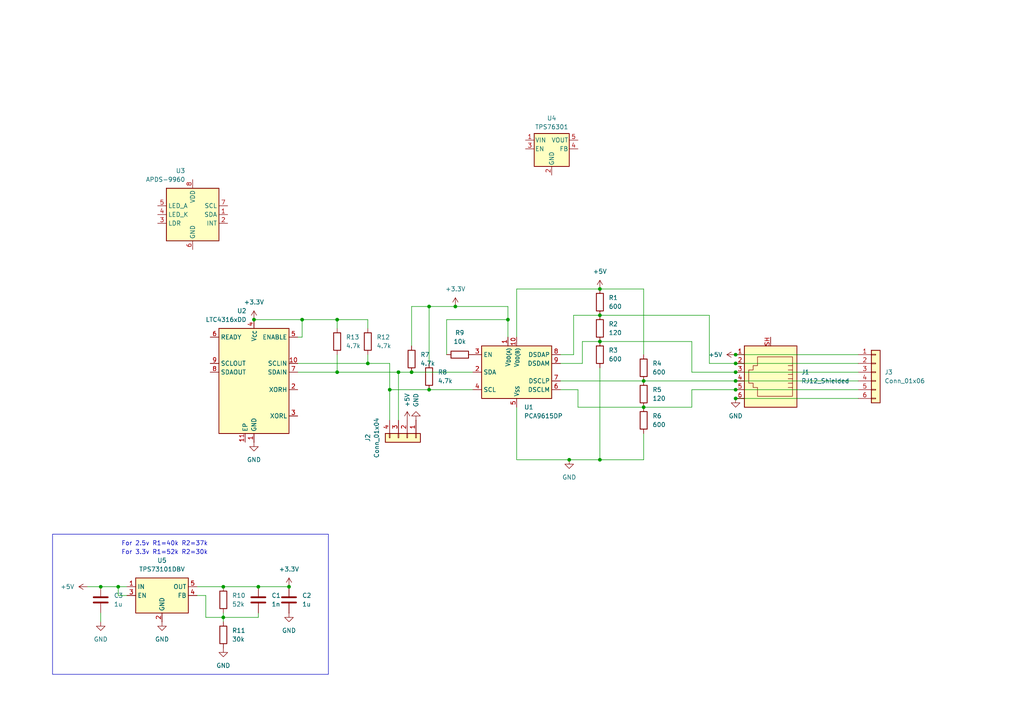
<source format=kicad_sch>
(kicad_sch
	(version 20250114)
	(generator "eeschema")
	(generator_version "9.0")
	(uuid "46f6a130-b02e-4523-867c-7812ad0e1543")
	(paper "A4")
	(lib_symbols
		(symbol "Connector:RJ12_Shielded"
			(pin_names
				(offset 1.016)
			)
			(exclude_from_sim no)
			(in_bom yes)
			(on_board yes)
			(property "Reference" "J"
				(at -5.08 11.43 0)
				(effects
					(font
						(size 1.27 1.27)
					)
					(justify right)
				)
			)
			(property "Value" "RJ12_Shielded"
				(at 2.54 11.43 0)
				(effects
					(font
						(size 1.27 1.27)
					)
					(justify left)
				)
			)
			(property "Footprint" ""
				(at 0 0.635 90)
				(effects
					(font
						(size 1.27 1.27)
					)
					(hide yes)
				)
			)
			(property "Datasheet" "~"
				(at 0 0.635 90)
				(effects
					(font
						(size 1.27 1.27)
					)
					(hide yes)
				)
			)
			(property "Description" "RJ connector, 6P6C (6 positions 6 connected), Shielded"
				(at 0 0 0)
				(effects
					(font
						(size 1.27 1.27)
					)
					(hide yes)
				)
			)
			(property "ki_keywords" "6P6C RJ socket connector"
				(at 0 0 0)
				(effects
					(font
						(size 1.27 1.27)
					)
					(hide yes)
				)
			)
			(property "ki_fp_filters" "6P6C* RJ12* RJ18* RJ25*"
				(at 0 0 0)
				(effects
					(font
						(size 1.27 1.27)
					)
					(hide yes)
				)
			)
			(symbol "RJ12_Shielded_0_1"
				(polyline
					(pts
						(xy -6.35 3.175) (xy -5.08 3.175) (xy -5.08 3.175)
					)
					(stroke
						(width 0)
						(type default)
					)
					(fill
						(type none)
					)
				)
				(polyline
					(pts
						(xy -6.35 1.905) (xy -5.08 1.905) (xy -5.08 1.905)
					)
					(stroke
						(width 0)
						(type default)
					)
					(fill
						(type none)
					)
				)
				(polyline
					(pts
						(xy -6.35 0.635) (xy -5.08 0.635) (xy -5.08 0.635)
					)
					(stroke
						(width 0)
						(type default)
					)
					(fill
						(type none)
					)
				)
				(polyline
					(pts
						(xy -6.35 -0.635) (xy -5.08 -0.635) (xy -5.08 -0.635)
					)
					(stroke
						(width 0)
						(type default)
					)
					(fill
						(type none)
					)
				)
				(polyline
					(pts
						(xy -6.35 -1.905) (xy -5.08 -1.905) (xy -5.08 -1.905)
					)
					(stroke
						(width 0)
						(type default)
					)
					(fill
						(type none)
					)
				)
				(polyline
					(pts
						(xy -6.35 -4.445) (xy -6.35 6.985) (xy 3.81 6.985) (xy 3.81 4.445) (xy 5.08 4.445) (xy 5.08 3.175)
						(xy 6.35 3.175) (xy 6.35 -0.635) (xy 5.08 -0.635) (xy 5.08 -1.905) (xy 3.81 -1.905) (xy 3.81 -4.445)
						(xy -6.35 -4.445) (xy -6.35 -4.445)
					)
					(stroke
						(width 0)
						(type default)
					)
					(fill
						(type none)
					)
				)
				(polyline
					(pts
						(xy -5.08 4.445) (xy -6.35 4.445) (xy -6.35 4.445)
					)
					(stroke
						(width 0)
						(type default)
					)
					(fill
						(type none)
					)
				)
				(rectangle
					(start 7.62 10.16)
					(end -7.62 -7.62)
					(stroke
						(width 0.254)
						(type default)
					)
					(fill
						(type background)
					)
				)
			)
			(symbol "RJ12_Shielded_1_1"
				(pin passive line
					(at 0 -10.16 90)
					(length 2.54)
					(name "~"
						(effects
							(font
								(size 1.27 1.27)
							)
						)
					)
					(number "SH"
						(effects
							(font
								(size 1.27 1.27)
							)
						)
					)
				)
				(pin passive line
					(at 10.16 7.62 180)
					(length 2.54)
					(name "~"
						(effects
							(font
								(size 1.27 1.27)
							)
						)
					)
					(number "6"
						(effects
							(font
								(size 1.27 1.27)
							)
						)
					)
				)
				(pin passive line
					(at 10.16 5.08 180)
					(length 2.54)
					(name "~"
						(effects
							(font
								(size 1.27 1.27)
							)
						)
					)
					(number "5"
						(effects
							(font
								(size 1.27 1.27)
							)
						)
					)
				)
				(pin passive line
					(at 10.16 2.54 180)
					(length 2.54)
					(name "~"
						(effects
							(font
								(size 1.27 1.27)
							)
						)
					)
					(number "4"
						(effects
							(font
								(size 1.27 1.27)
							)
						)
					)
				)
				(pin passive line
					(at 10.16 0 180)
					(length 2.54)
					(name "~"
						(effects
							(font
								(size 1.27 1.27)
							)
						)
					)
					(number "3"
						(effects
							(font
								(size 1.27 1.27)
							)
						)
					)
				)
				(pin passive line
					(at 10.16 -2.54 180)
					(length 2.54)
					(name "~"
						(effects
							(font
								(size 1.27 1.27)
							)
						)
					)
					(number "2"
						(effects
							(font
								(size 1.27 1.27)
							)
						)
					)
				)
				(pin passive line
					(at 10.16 -5.08 180)
					(length 2.54)
					(name "~"
						(effects
							(font
								(size 1.27 1.27)
							)
						)
					)
					(number "1"
						(effects
							(font
								(size 1.27 1.27)
							)
						)
					)
				)
			)
			(embedded_fonts no)
		)
		(symbol "Connector_Generic:Conn_01x04"
			(pin_names
				(offset 1.016)
				(hide yes)
			)
			(exclude_from_sim no)
			(in_bom yes)
			(on_board yes)
			(property "Reference" "J"
				(at 0 5.08 0)
				(effects
					(font
						(size 1.27 1.27)
					)
				)
			)
			(property "Value" "Conn_01x04"
				(at 0 -7.62 0)
				(effects
					(font
						(size 1.27 1.27)
					)
				)
			)
			(property "Footprint" ""
				(at 0 0 0)
				(effects
					(font
						(size 1.27 1.27)
					)
					(hide yes)
				)
			)
			(property "Datasheet" "~"
				(at 0 0 0)
				(effects
					(font
						(size 1.27 1.27)
					)
					(hide yes)
				)
			)
			(property "Description" "Generic connector, single row, 01x04, script generated (kicad-library-utils/schlib/autogen/connector/)"
				(at 0 0 0)
				(effects
					(font
						(size 1.27 1.27)
					)
					(hide yes)
				)
			)
			(property "ki_keywords" "connector"
				(at 0 0 0)
				(effects
					(font
						(size 1.27 1.27)
					)
					(hide yes)
				)
			)
			(property "ki_fp_filters" "Connector*:*_1x??_*"
				(at 0 0 0)
				(effects
					(font
						(size 1.27 1.27)
					)
					(hide yes)
				)
			)
			(symbol "Conn_01x04_1_1"
				(rectangle
					(start -1.27 3.81)
					(end 1.27 -6.35)
					(stroke
						(width 0.254)
						(type default)
					)
					(fill
						(type background)
					)
				)
				(rectangle
					(start -1.27 2.667)
					(end 0 2.413)
					(stroke
						(width 0.1524)
						(type default)
					)
					(fill
						(type none)
					)
				)
				(rectangle
					(start -1.27 0.127)
					(end 0 -0.127)
					(stroke
						(width 0.1524)
						(type default)
					)
					(fill
						(type none)
					)
				)
				(rectangle
					(start -1.27 -2.413)
					(end 0 -2.667)
					(stroke
						(width 0.1524)
						(type default)
					)
					(fill
						(type none)
					)
				)
				(rectangle
					(start -1.27 -4.953)
					(end 0 -5.207)
					(stroke
						(width 0.1524)
						(type default)
					)
					(fill
						(type none)
					)
				)
				(pin passive line
					(at -5.08 2.54 0)
					(length 3.81)
					(name "Pin_1"
						(effects
							(font
								(size 1.27 1.27)
							)
						)
					)
					(number "1"
						(effects
							(font
								(size 1.27 1.27)
							)
						)
					)
				)
				(pin passive line
					(at -5.08 0 0)
					(length 3.81)
					(name "Pin_2"
						(effects
							(font
								(size 1.27 1.27)
							)
						)
					)
					(number "2"
						(effects
							(font
								(size 1.27 1.27)
							)
						)
					)
				)
				(pin passive line
					(at -5.08 -2.54 0)
					(length 3.81)
					(name "Pin_3"
						(effects
							(font
								(size 1.27 1.27)
							)
						)
					)
					(number "3"
						(effects
							(font
								(size 1.27 1.27)
							)
						)
					)
				)
				(pin passive line
					(at -5.08 -5.08 0)
					(length 3.81)
					(name "Pin_4"
						(effects
							(font
								(size 1.27 1.27)
							)
						)
					)
					(number "4"
						(effects
							(font
								(size 1.27 1.27)
							)
						)
					)
				)
			)
			(embedded_fonts no)
		)
		(symbol "Connector_Generic:Conn_01x06"
			(pin_names
				(offset 1.016)
				(hide yes)
			)
			(exclude_from_sim no)
			(in_bom yes)
			(on_board yes)
			(property "Reference" "J"
				(at 0 7.62 0)
				(effects
					(font
						(size 1.27 1.27)
					)
				)
			)
			(property "Value" "Conn_01x06"
				(at 0 -10.16 0)
				(effects
					(font
						(size 1.27 1.27)
					)
				)
			)
			(property "Footprint" ""
				(at 0 0 0)
				(effects
					(font
						(size 1.27 1.27)
					)
					(hide yes)
				)
			)
			(property "Datasheet" "~"
				(at 0 0 0)
				(effects
					(font
						(size 1.27 1.27)
					)
					(hide yes)
				)
			)
			(property "Description" "Generic connector, single row, 01x06, script generated (kicad-library-utils/schlib/autogen/connector/)"
				(at 0 0 0)
				(effects
					(font
						(size 1.27 1.27)
					)
					(hide yes)
				)
			)
			(property "ki_keywords" "connector"
				(at 0 0 0)
				(effects
					(font
						(size 1.27 1.27)
					)
					(hide yes)
				)
			)
			(property "ki_fp_filters" "Connector*:*_1x??_*"
				(at 0 0 0)
				(effects
					(font
						(size 1.27 1.27)
					)
					(hide yes)
				)
			)
			(symbol "Conn_01x06_1_1"
				(rectangle
					(start -1.27 6.35)
					(end 1.27 -8.89)
					(stroke
						(width 0.254)
						(type default)
					)
					(fill
						(type background)
					)
				)
				(rectangle
					(start -1.27 5.207)
					(end 0 4.953)
					(stroke
						(width 0.1524)
						(type default)
					)
					(fill
						(type none)
					)
				)
				(rectangle
					(start -1.27 2.667)
					(end 0 2.413)
					(stroke
						(width 0.1524)
						(type default)
					)
					(fill
						(type none)
					)
				)
				(rectangle
					(start -1.27 0.127)
					(end 0 -0.127)
					(stroke
						(width 0.1524)
						(type default)
					)
					(fill
						(type none)
					)
				)
				(rectangle
					(start -1.27 -2.413)
					(end 0 -2.667)
					(stroke
						(width 0.1524)
						(type default)
					)
					(fill
						(type none)
					)
				)
				(rectangle
					(start -1.27 -4.953)
					(end 0 -5.207)
					(stroke
						(width 0.1524)
						(type default)
					)
					(fill
						(type none)
					)
				)
				(rectangle
					(start -1.27 -7.493)
					(end 0 -7.747)
					(stroke
						(width 0.1524)
						(type default)
					)
					(fill
						(type none)
					)
				)
				(pin passive line
					(at -5.08 5.08 0)
					(length 3.81)
					(name "Pin_1"
						(effects
							(font
								(size 1.27 1.27)
							)
						)
					)
					(number "1"
						(effects
							(font
								(size 1.27 1.27)
							)
						)
					)
				)
				(pin passive line
					(at -5.08 2.54 0)
					(length 3.81)
					(name "Pin_2"
						(effects
							(font
								(size 1.27 1.27)
							)
						)
					)
					(number "2"
						(effects
							(font
								(size 1.27 1.27)
							)
						)
					)
				)
				(pin passive line
					(at -5.08 0 0)
					(length 3.81)
					(name "Pin_3"
						(effects
							(font
								(size 1.27 1.27)
							)
						)
					)
					(number "3"
						(effects
							(font
								(size 1.27 1.27)
							)
						)
					)
				)
				(pin passive line
					(at -5.08 -2.54 0)
					(length 3.81)
					(name "Pin_4"
						(effects
							(font
								(size 1.27 1.27)
							)
						)
					)
					(number "4"
						(effects
							(font
								(size 1.27 1.27)
							)
						)
					)
				)
				(pin passive line
					(at -5.08 -5.08 0)
					(length 3.81)
					(name "Pin_5"
						(effects
							(font
								(size 1.27 1.27)
							)
						)
					)
					(number "5"
						(effects
							(font
								(size 1.27 1.27)
							)
						)
					)
				)
				(pin passive line
					(at -5.08 -7.62 0)
					(length 3.81)
					(name "Pin_6"
						(effects
							(font
								(size 1.27 1.27)
							)
						)
					)
					(number "6"
						(effects
							(font
								(size 1.27 1.27)
							)
						)
					)
				)
			)
			(embedded_fonts no)
		)
		(symbol "Device:C"
			(pin_numbers
				(hide yes)
			)
			(pin_names
				(offset 0.254)
			)
			(exclude_from_sim no)
			(in_bom yes)
			(on_board yes)
			(property "Reference" "C"
				(at 0.635 2.54 0)
				(effects
					(font
						(size 1.27 1.27)
					)
					(justify left)
				)
			)
			(property "Value" "C"
				(at 0.635 -2.54 0)
				(effects
					(font
						(size 1.27 1.27)
					)
					(justify left)
				)
			)
			(property "Footprint" ""
				(at 0.9652 -3.81 0)
				(effects
					(font
						(size 1.27 1.27)
					)
					(hide yes)
				)
			)
			(property "Datasheet" "~"
				(at 0 0 0)
				(effects
					(font
						(size 1.27 1.27)
					)
					(hide yes)
				)
			)
			(property "Description" "Unpolarized capacitor"
				(at 0 0 0)
				(effects
					(font
						(size 1.27 1.27)
					)
					(hide yes)
				)
			)
			(property "ki_keywords" "cap capacitor"
				(at 0 0 0)
				(effects
					(font
						(size 1.27 1.27)
					)
					(hide yes)
				)
			)
			(property "ki_fp_filters" "C_*"
				(at 0 0 0)
				(effects
					(font
						(size 1.27 1.27)
					)
					(hide yes)
				)
			)
			(symbol "C_0_1"
				(polyline
					(pts
						(xy -2.032 0.762) (xy 2.032 0.762)
					)
					(stroke
						(width 0.508)
						(type default)
					)
					(fill
						(type none)
					)
				)
				(polyline
					(pts
						(xy -2.032 -0.762) (xy 2.032 -0.762)
					)
					(stroke
						(width 0.508)
						(type default)
					)
					(fill
						(type none)
					)
				)
			)
			(symbol "C_1_1"
				(pin passive line
					(at 0 3.81 270)
					(length 2.794)
					(name "~"
						(effects
							(font
								(size 1.27 1.27)
							)
						)
					)
					(number "1"
						(effects
							(font
								(size 1.27 1.27)
							)
						)
					)
				)
				(pin passive line
					(at 0 -3.81 90)
					(length 2.794)
					(name "~"
						(effects
							(font
								(size 1.27 1.27)
							)
						)
					)
					(number "2"
						(effects
							(font
								(size 1.27 1.27)
							)
						)
					)
				)
			)
			(embedded_fonts no)
		)
		(symbol "Device:R"
			(pin_numbers
				(hide yes)
			)
			(pin_names
				(offset 0)
			)
			(exclude_from_sim no)
			(in_bom yes)
			(on_board yes)
			(property "Reference" "R"
				(at 2.032 0 90)
				(effects
					(font
						(size 1.27 1.27)
					)
				)
			)
			(property "Value" "R"
				(at 0 0 90)
				(effects
					(font
						(size 1.27 1.27)
					)
				)
			)
			(property "Footprint" ""
				(at -1.778 0 90)
				(effects
					(font
						(size 1.27 1.27)
					)
					(hide yes)
				)
			)
			(property "Datasheet" "~"
				(at 0 0 0)
				(effects
					(font
						(size 1.27 1.27)
					)
					(hide yes)
				)
			)
			(property "Description" "Resistor"
				(at 0 0 0)
				(effects
					(font
						(size 1.27 1.27)
					)
					(hide yes)
				)
			)
			(property "ki_keywords" "R res resistor"
				(at 0 0 0)
				(effects
					(font
						(size 1.27 1.27)
					)
					(hide yes)
				)
			)
			(property "ki_fp_filters" "R_*"
				(at 0 0 0)
				(effects
					(font
						(size 1.27 1.27)
					)
					(hide yes)
				)
			)
			(symbol "R_0_1"
				(rectangle
					(start -1.016 -2.54)
					(end 1.016 2.54)
					(stroke
						(width 0.254)
						(type default)
					)
					(fill
						(type none)
					)
				)
			)
			(symbol "R_1_1"
				(pin passive line
					(at 0 3.81 270)
					(length 1.27)
					(name "~"
						(effects
							(font
								(size 1.27 1.27)
							)
						)
					)
					(number "1"
						(effects
							(font
								(size 1.27 1.27)
							)
						)
					)
				)
				(pin passive line
					(at 0 -3.81 90)
					(length 1.27)
					(name "~"
						(effects
							(font
								(size 1.27 1.27)
							)
						)
					)
					(number "2"
						(effects
							(font
								(size 1.27 1.27)
							)
						)
					)
				)
			)
			(embedded_fonts no)
		)
		(symbol "Interface:PCA9615DP"
			(exclude_from_sim no)
			(in_bom yes)
			(on_board yes)
			(property "Reference" "U"
				(at -10.16 8.89 0)
				(effects
					(font
						(size 1.27 1.27)
					)
					(justify left)
				)
			)
			(property "Value" "PCA9615DP"
				(at 1.27 8.89 0)
				(effects
					(font
						(size 1.27 1.27)
					)
					(justify left)
				)
			)
			(property "Footprint" "Package_SO:TSSOP-10_3x3mm_P0.5mm"
				(at 20.32 -8.89 0)
				(effects
					(font
						(size 1.27 1.27)
					)
					(hide yes)
				)
			)
			(property "Datasheet" "https://www.nxp.com/docs/en/data-sheet/PCA9615.pdf"
				(at 0 -11.43 0)
				(effects
					(font
						(size 1.27 1.27)
					)
					(hide yes)
				)
			)
			(property "Description" "Dual bidirectional hot-swap multipoint bus buffer, SO-8"
				(at 0 0 0)
				(effects
					(font
						(size 1.27 1.27)
					)
					(hide yes)
				)
			)
			(property "ki_keywords" "Differential SMBus/I2C buffer"
				(at 0 0 0)
				(effects
					(font
						(size 1.27 1.27)
					)
					(hide yes)
				)
			)
			(property "ki_fp_filters" "TSSOP*3x3mm*P0.5mm*"
				(at 0 0 0)
				(effects
					(font
						(size 1.27 1.27)
					)
					(hide yes)
				)
			)
			(symbol "PCA9615DP_0_1"
				(rectangle
					(start -10.16 7.62)
					(end 10.16 -7.62)
					(stroke
						(width 0.254)
						(type default)
					)
					(fill
						(type background)
					)
				)
			)
			(symbol "PCA9615DP_1_1"
				(pin input line
					(at -12.7 5.08 0)
					(length 2.54)
					(name "EN"
						(effects
							(font
								(size 1.27 1.27)
							)
						)
					)
					(number "3"
						(effects
							(font
								(size 1.27 1.27)
							)
						)
					)
				)
				(pin bidirectional line
					(at -12.7 0 0)
					(length 2.54)
					(name "SDA"
						(effects
							(font
								(size 1.27 1.27)
							)
						)
					)
					(number "2"
						(effects
							(font
								(size 1.27 1.27)
							)
						)
					)
				)
				(pin bidirectional line
					(at -12.7 -5.08 0)
					(length 2.54)
					(name "SCL"
						(effects
							(font
								(size 1.27 1.27)
							)
						)
					)
					(number "4"
						(effects
							(font
								(size 1.27 1.27)
							)
						)
					)
				)
				(pin power_in line
					(at -2.54 10.16 270)
					(length 2.54)
					(name "V_{DD(A)}"
						(effects
							(font
								(size 1.27 1.27)
							)
						)
					)
					(number "1"
						(effects
							(font
								(size 1.27 1.27)
							)
						)
					)
				)
				(pin power_in line
					(at 0 10.16 270)
					(length 2.54)
					(name "V_{DD(B)}"
						(effects
							(font
								(size 1.27 1.27)
							)
						)
					)
					(number "10"
						(effects
							(font
								(size 1.27 1.27)
							)
						)
					)
				)
				(pin power_in line
					(at 0 -10.16 90)
					(length 2.54)
					(name "V_{SS}"
						(effects
							(font
								(size 1.27 1.27)
							)
						)
					)
					(number "5"
						(effects
							(font
								(size 1.27 1.27)
							)
						)
					)
				)
				(pin bidirectional line
					(at 12.7 5.08 180)
					(length 2.54)
					(name "DSDAP"
						(effects
							(font
								(size 1.27 1.27)
							)
						)
					)
					(number "8"
						(effects
							(font
								(size 1.27 1.27)
							)
						)
					)
				)
				(pin bidirectional line
					(at 12.7 2.54 180)
					(length 2.54)
					(name "DSDAM"
						(effects
							(font
								(size 1.27 1.27)
							)
						)
					)
					(number "9"
						(effects
							(font
								(size 1.27 1.27)
							)
						)
					)
				)
				(pin bidirectional line
					(at 12.7 -2.54 180)
					(length 2.54)
					(name "DSCLP"
						(effects
							(font
								(size 1.27 1.27)
							)
						)
					)
					(number "7"
						(effects
							(font
								(size 1.27 1.27)
							)
						)
					)
				)
				(pin bidirectional line
					(at 12.7 -5.08 180)
					(length 2.54)
					(name "DSCLM"
						(effects
							(font
								(size 1.27 1.27)
							)
						)
					)
					(number "6"
						(effects
							(font
								(size 1.27 1.27)
							)
						)
					)
				)
			)
			(embedded_fonts no)
		)
		(symbol "Interface_Expansion:LTC4316xDD"
			(exclude_from_sim no)
			(in_bom yes)
			(on_board yes)
			(property "Reference" "U"
				(at -8.89 16.51 0)
				(effects
					(font
						(size 1.27 1.27)
					)
				)
			)
			(property "Value" "LTC4316xDD"
				(at 6.35 16.51 0)
				(effects
					(font
						(size 1.27 1.27)
					)
				)
			)
			(property "Footprint" "Package_DFN_QFN:DFN-10-1EP_3x3mm_P0.5mm_EP1.65x2.38mm"
				(at 0 -27.94 0)
				(effects
					(font
						(size 1.27 1.27)
					)
					(hide yes)
				)
			)
			(property "Datasheet" "https://www.analog.com/media/en/technical-documentation/data-sheets/4316fa.pdf"
				(at -15.24 41.91 0)
				(effects
					(font
						(size 1.27 1.27)
					)
					(hide yes)
				)
			)
			(property "Description" "Single I2C/SMBus Address-Translator, DFN-10"
				(at 0 0 0)
				(effects
					(font
						(size 1.27 1.27)
					)
					(hide yes)
				)
			)
			(property "ki_keywords" "I2C Translator 4kV-ESD Level-Shifter Hot-Swap"
				(at 0 0 0)
				(effects
					(font
						(size 1.27 1.27)
					)
					(hide yes)
				)
			)
			(property "ki_fp_filters" "DFN*1EP*3x3mm*P0.5mm*"
				(at 0 0 0)
				(effects
					(font
						(size 1.27 1.27)
					)
					(hide yes)
				)
			)
			(symbol "LTC4316xDD_0_1"
				(rectangle
					(start -10.16 15.24)
					(end 10.16 -15.24)
					(stroke
						(width 0.254)
						(type default)
					)
					(fill
						(type background)
					)
				)
			)
			(symbol "LTC4316xDD_1_1"
				(pin input line
					(at -12.7 12.7 0)
					(length 2.54)
					(name "ENABLE"
						(effects
							(font
								(size 1.27 1.27)
							)
						)
					)
					(number "5"
						(effects
							(font
								(size 1.27 1.27)
							)
						)
					)
				)
				(pin input line
					(at -12.7 5.08 0)
					(length 2.54)
					(name "SCLIN"
						(effects
							(font
								(size 1.27 1.27)
							)
						)
					)
					(number "10"
						(effects
							(font
								(size 1.27 1.27)
							)
						)
					)
				)
				(pin bidirectional line
					(at -12.7 2.54 0)
					(length 2.54)
					(name "SDAIN"
						(effects
							(font
								(size 1.27 1.27)
							)
						)
					)
					(number "7"
						(effects
							(font
								(size 1.27 1.27)
							)
						)
					)
				)
				(pin input line
					(at -12.7 -2.54 0)
					(length 2.54)
					(name "XORH"
						(effects
							(font
								(size 1.27 1.27)
							)
						)
					)
					(number "2"
						(effects
							(font
								(size 1.27 1.27)
							)
						)
					)
				)
				(pin input line
					(at -12.7 -10.16 0)
					(length 2.54)
					(name "XORL"
						(effects
							(font
								(size 1.27 1.27)
							)
						)
					)
					(number "3"
						(effects
							(font
								(size 1.27 1.27)
							)
						)
					)
				)
				(pin power_in line
					(at 0 17.78 270)
					(length 2.54)
					(name "V_{CC}"
						(effects
							(font
								(size 1.27 1.27)
							)
						)
					)
					(number "4"
						(effects
							(font
								(size 1.27 1.27)
							)
						)
					)
				)
				(pin power_in line
					(at 0 -17.78 90)
					(length 2.54)
					(name "GND"
						(effects
							(font
								(size 1.27 1.27)
							)
						)
					)
					(number "1"
						(effects
							(font
								(size 1.27 1.27)
							)
						)
					)
				)
				(pin passive line
					(at 2.54 -17.78 90)
					(length 2.54)
					(name "EP"
						(effects
							(font
								(size 1.27 1.27)
							)
						)
					)
					(number "11"
						(effects
							(font
								(size 1.27 1.27)
							)
						)
					)
				)
				(pin open_collector line
					(at 12.7 12.7 180)
					(length 2.54)
					(name "READY"
						(effects
							(font
								(size 1.27 1.27)
							)
						)
					)
					(number "6"
						(effects
							(font
								(size 1.27 1.27)
							)
						)
					)
				)
				(pin output line
					(at 12.7 5.08 180)
					(length 2.54)
					(name "SCLOUT"
						(effects
							(font
								(size 1.27 1.27)
							)
						)
					)
					(number "9"
						(effects
							(font
								(size 1.27 1.27)
							)
						)
					)
				)
				(pin bidirectional line
					(at 12.7 2.54 180)
					(length 2.54)
					(name "SDAOUT"
						(effects
							(font
								(size 1.27 1.27)
							)
						)
					)
					(number "8"
						(effects
							(font
								(size 1.27 1.27)
							)
						)
					)
				)
			)
			(embedded_fonts no)
		)
		(symbol "Regulator_Linear:TPS73101DBV"
			(exclude_from_sim no)
			(in_bom yes)
			(on_board yes)
			(property "Reference" "U"
				(at -6.35 6.35 0)
				(effects
					(font
						(size 1.27 1.27)
					)
				)
			)
			(property "Value" "TPS73101DBV"
				(at 0 6.35 0)
				(effects
					(font
						(size 1.27 1.27)
					)
					(justify left)
				)
			)
			(property "Footprint" "Package_TO_SOT_SMD:SOT-23-5"
				(at 0 8.255 0)
				(effects
					(font
						(size 1.27 1.27)
						(italic yes)
					)
					(hide yes)
				)
			)
			(property "Datasheet" "http://www.ti.com/lit/ds/symlink/tps731.pdf"
				(at 0 -1.27 0)
				(effects
					(font
						(size 1.27 1.27)
					)
					(hide yes)
				)
			)
			(property "Description" "Cap free NMOS 150mA Low Drop Adjustable Out Regulator, SOT-23-5"
				(at 0 0 0)
				(effects
					(font
						(size 1.27 1.27)
					)
					(hide yes)
				)
			)
			(property "ki_keywords" "Cap free Adjustable LDO 150mA"
				(at 0 0 0)
				(effects
					(font
						(size 1.27 1.27)
					)
					(hide yes)
				)
			)
			(property "ki_fp_filters" "SOT?23*"
				(at 0 0 0)
				(effects
					(font
						(size 1.27 1.27)
					)
					(hide yes)
				)
			)
			(symbol "TPS73101DBV_0_1"
				(rectangle
					(start -7.62 -5.08)
					(end 7.62 5.08)
					(stroke
						(width 0.254)
						(type default)
					)
					(fill
						(type background)
					)
				)
			)
			(symbol "TPS73101DBV_1_1"
				(pin power_in line
					(at -10.16 2.54 0)
					(length 2.54)
					(name "IN"
						(effects
							(font
								(size 1.27 1.27)
							)
						)
					)
					(number "1"
						(effects
							(font
								(size 1.27 1.27)
							)
						)
					)
				)
				(pin input line
					(at -10.16 0 0)
					(length 2.54)
					(name "EN"
						(effects
							(font
								(size 1.27 1.27)
							)
						)
					)
					(number "3"
						(effects
							(font
								(size 1.27 1.27)
							)
						)
					)
				)
				(pin power_in line
					(at 0 -7.62 90)
					(length 2.54)
					(name "GND"
						(effects
							(font
								(size 1.27 1.27)
							)
						)
					)
					(number "2"
						(effects
							(font
								(size 1.27 1.27)
							)
						)
					)
				)
				(pin power_out line
					(at 10.16 2.54 180)
					(length 2.54)
					(name "OUT"
						(effects
							(font
								(size 1.27 1.27)
							)
						)
					)
					(number "5"
						(effects
							(font
								(size 1.27 1.27)
							)
						)
					)
				)
				(pin input line
					(at 10.16 0 180)
					(length 2.54)
					(name "FB"
						(effects
							(font
								(size 1.27 1.27)
							)
						)
					)
					(number "4"
						(effects
							(font
								(size 1.27 1.27)
							)
						)
					)
				)
			)
			(embedded_fonts no)
		)
		(symbol "Regulator_Linear:TPS76301"
			(pin_names
				(offset 0.254)
			)
			(exclude_from_sim no)
			(in_bom yes)
			(on_board yes)
			(property "Reference" "U"
				(at -3.81 5.715 0)
				(effects
					(font
						(size 1.27 1.27)
					)
				)
			)
			(property "Value" "TPS76301"
				(at 0 5.715 0)
				(effects
					(font
						(size 1.27 1.27)
					)
					(justify left)
				)
			)
			(property "Footprint" "Package_TO_SOT_SMD:SOT-23-5"
				(at 0 8.255 0)
				(effects
					(font
						(size 1.27 1.27)
						(italic yes)
					)
					(hide yes)
				)
			)
			(property "Datasheet" "http://www.ti.com/lit/ds/symlink/tps763.pdf"
				(at 0 0 0)
				(effects
					(font
						(size 1.27 1.27)
					)
					(hide yes)
				)
			)
			(property "Description" "Low power 150mA LDO variable output voltage, SOT-23-5"
				(at 0 0 0)
				(effects
					(font
						(size 1.27 1.27)
					)
					(hide yes)
				)
			)
			(property "ki_keywords" "linear low dropout Regulator adjustable"
				(at 0 0 0)
				(effects
					(font
						(size 1.27 1.27)
					)
					(hide yes)
				)
			)
			(property "ki_fp_filters" "SOT?23*"
				(at 0 0 0)
				(effects
					(font
						(size 1.27 1.27)
					)
					(hide yes)
				)
			)
			(symbol "TPS76301_0_1"
				(rectangle
					(start -5.08 4.445)
					(end 5.08 -5.08)
					(stroke
						(width 0.254)
						(type default)
					)
					(fill
						(type background)
					)
				)
			)
			(symbol "TPS76301_1_1"
				(pin power_in line
					(at -7.62 2.54 0)
					(length 2.54)
					(name "VIN"
						(effects
							(font
								(size 1.27 1.27)
							)
						)
					)
					(number "1"
						(effects
							(font
								(size 1.27 1.27)
							)
						)
					)
				)
				(pin input line
					(at -7.62 0 0)
					(length 2.54)
					(name "EN"
						(effects
							(font
								(size 1.27 1.27)
							)
						)
					)
					(number "3"
						(effects
							(font
								(size 1.27 1.27)
							)
						)
					)
				)
				(pin power_in line
					(at 0 -7.62 90)
					(length 2.54)
					(name "GND"
						(effects
							(font
								(size 1.27 1.27)
							)
						)
					)
					(number "2"
						(effects
							(font
								(size 1.27 1.27)
							)
						)
					)
				)
				(pin power_out line
					(at 7.62 2.54 180)
					(length 2.54)
					(name "VOUT"
						(effects
							(font
								(size 1.27 1.27)
							)
						)
					)
					(number "5"
						(effects
							(font
								(size 1.27 1.27)
							)
						)
					)
				)
				(pin input line
					(at 7.62 0 180)
					(length 2.54)
					(name "FB"
						(effects
							(font
								(size 1.27 1.27)
							)
						)
					)
					(number "4"
						(effects
							(font
								(size 1.27 1.27)
							)
						)
					)
				)
			)
			(embedded_fonts no)
		)
		(symbol "Sensor:APDS-9960"
			(exclude_from_sim no)
			(in_bom yes)
			(on_board yes)
			(property "Reference" "U"
				(at -5.08 8.89 0)
				(effects
					(font
						(size 1.27 1.27)
					)
				)
			)
			(property "Value" "APDS-9960"
				(at 6.35 8.89 0)
				(effects
					(font
						(size 1.27 1.27)
					)
				)
			)
			(property "Footprint" "Sensor:Avago_APDS-9960"
				(at 0 5.969 0)
				(effects
					(font
						(size 1.27 1.27)
					)
					(hide yes)
				)
			)
			(property "Datasheet" "https://docs.broadcom.com/doc/AV02-4191EN"
				(at 0.127 -6.223 0)
				(effects
					(font
						(size 1.27 1.27)
					)
					(hide yes)
				)
			)
			(property "Description" "Digital Proximity, Ambient Light, RGB and Gesture Sensor"
				(at 0 0 0)
				(effects
					(font
						(size 1.27 1.27)
					)
					(hide yes)
				)
			)
			(property "ki_keywords" "sensor gesture light rgb"
				(at 0 0 0)
				(effects
					(font
						(size 1.27 1.27)
					)
					(hide yes)
				)
			)
			(property "ki_fp_filters" "Avago?APDS?9960*"
				(at 0 0 0)
				(effects
					(font
						(size 1.27 1.27)
					)
					(hide yes)
				)
			)
			(symbol "APDS-9960_0_1"
				(rectangle
					(start -7.62 7.62)
					(end 7.62 -7.62)
					(stroke
						(width 0.254)
						(type default)
					)
					(fill
						(type background)
					)
				)
			)
			(symbol "APDS-9960_1_1"
				(pin input line
					(at -10.16 2.54 0)
					(length 2.54)
					(name "SCL"
						(effects
							(font
								(size 1.27 1.27)
							)
						)
					)
					(number "7"
						(effects
							(font
								(size 1.27 1.27)
							)
						)
					)
				)
				(pin bidirectional line
					(at -10.16 0 0)
					(length 2.54)
					(name "SDA"
						(effects
							(font
								(size 1.27 1.27)
							)
						)
					)
					(number "1"
						(effects
							(font
								(size 1.27 1.27)
							)
						)
					)
				)
				(pin open_collector line
					(at -10.16 -2.54 0)
					(length 2.54)
					(name "INT"
						(effects
							(font
								(size 1.27 1.27)
							)
						)
					)
					(number "2"
						(effects
							(font
								(size 1.27 1.27)
							)
						)
					)
				)
				(pin power_in line
					(at 0 10.16 270)
					(length 2.54)
					(name "VDD"
						(effects
							(font
								(size 1.27 1.27)
							)
						)
					)
					(number "8"
						(effects
							(font
								(size 1.27 1.27)
							)
						)
					)
				)
				(pin power_in line
					(at 0 -10.16 90)
					(length 2.54)
					(name "GND"
						(effects
							(font
								(size 1.27 1.27)
							)
						)
					)
					(number "6"
						(effects
							(font
								(size 1.27 1.27)
							)
						)
					)
				)
				(pin passive line
					(at 10.16 2.54 180)
					(length 2.54)
					(name "LED_A"
						(effects
							(font
								(size 1.27 1.27)
							)
						)
					)
					(number "5"
						(effects
							(font
								(size 1.27 1.27)
							)
						)
					)
				)
				(pin passive line
					(at 10.16 0 180)
					(length 2.54)
					(name "LED_K"
						(effects
							(font
								(size 1.27 1.27)
							)
						)
					)
					(number "4"
						(effects
							(font
								(size 1.27 1.27)
							)
						)
					)
				)
				(pin passive line
					(at 10.16 -2.54 180)
					(length 2.54)
					(name "LDR"
						(effects
							(font
								(size 1.27 1.27)
							)
						)
					)
					(number "3"
						(effects
							(font
								(size 1.27 1.27)
							)
						)
					)
				)
			)
			(embedded_fonts no)
		)
		(symbol "power:+3.3V"
			(power)
			(pin_numbers
				(hide yes)
			)
			(pin_names
				(offset 0)
				(hide yes)
			)
			(exclude_from_sim no)
			(in_bom yes)
			(on_board yes)
			(property "Reference" "#PWR"
				(at 0 -3.81 0)
				(effects
					(font
						(size 1.27 1.27)
					)
					(hide yes)
				)
			)
			(property "Value" "+3.3V"
				(at 0 3.556 0)
				(effects
					(font
						(size 1.27 1.27)
					)
				)
			)
			(property "Footprint" ""
				(at 0 0 0)
				(effects
					(font
						(size 1.27 1.27)
					)
					(hide yes)
				)
			)
			(property "Datasheet" ""
				(at 0 0 0)
				(effects
					(font
						(size 1.27 1.27)
					)
					(hide yes)
				)
			)
			(property "Description" "Power symbol creates a global label with name \"+3.3V\""
				(at 0 0 0)
				(effects
					(font
						(size 1.27 1.27)
					)
					(hide yes)
				)
			)
			(property "ki_keywords" "global power"
				(at 0 0 0)
				(effects
					(font
						(size 1.27 1.27)
					)
					(hide yes)
				)
			)
			(symbol "+3.3V_0_1"
				(polyline
					(pts
						(xy -0.762 1.27) (xy 0 2.54)
					)
					(stroke
						(width 0)
						(type default)
					)
					(fill
						(type none)
					)
				)
				(polyline
					(pts
						(xy 0 2.54) (xy 0.762 1.27)
					)
					(stroke
						(width 0)
						(type default)
					)
					(fill
						(type none)
					)
				)
				(polyline
					(pts
						(xy 0 0) (xy 0 2.54)
					)
					(stroke
						(width 0)
						(type default)
					)
					(fill
						(type none)
					)
				)
			)
			(symbol "+3.3V_1_1"
				(pin power_in line
					(at 0 0 90)
					(length 0)
					(name "~"
						(effects
							(font
								(size 1.27 1.27)
							)
						)
					)
					(number "1"
						(effects
							(font
								(size 1.27 1.27)
							)
						)
					)
				)
			)
			(embedded_fonts no)
		)
		(symbol "power:+5V"
			(power)
			(pin_numbers
				(hide yes)
			)
			(pin_names
				(offset 0)
				(hide yes)
			)
			(exclude_from_sim no)
			(in_bom yes)
			(on_board yes)
			(property "Reference" "#PWR"
				(at 0 -3.81 0)
				(effects
					(font
						(size 1.27 1.27)
					)
					(hide yes)
				)
			)
			(property "Value" "+5V"
				(at 0 3.556 0)
				(effects
					(font
						(size 1.27 1.27)
					)
				)
			)
			(property "Footprint" ""
				(at 0 0 0)
				(effects
					(font
						(size 1.27 1.27)
					)
					(hide yes)
				)
			)
			(property "Datasheet" ""
				(at 0 0 0)
				(effects
					(font
						(size 1.27 1.27)
					)
					(hide yes)
				)
			)
			(property "Description" "Power symbol creates a global label with name \"+5V\""
				(at 0 0 0)
				(effects
					(font
						(size 1.27 1.27)
					)
					(hide yes)
				)
			)
			(property "ki_keywords" "global power"
				(at 0 0 0)
				(effects
					(font
						(size 1.27 1.27)
					)
					(hide yes)
				)
			)
			(symbol "+5V_0_1"
				(polyline
					(pts
						(xy -0.762 1.27) (xy 0 2.54)
					)
					(stroke
						(width 0)
						(type default)
					)
					(fill
						(type none)
					)
				)
				(polyline
					(pts
						(xy 0 2.54) (xy 0.762 1.27)
					)
					(stroke
						(width 0)
						(type default)
					)
					(fill
						(type none)
					)
				)
				(polyline
					(pts
						(xy 0 0) (xy 0 2.54)
					)
					(stroke
						(width 0)
						(type default)
					)
					(fill
						(type none)
					)
				)
			)
			(symbol "+5V_1_1"
				(pin power_in line
					(at 0 0 90)
					(length 0)
					(name "~"
						(effects
							(font
								(size 1.27 1.27)
							)
						)
					)
					(number "1"
						(effects
							(font
								(size 1.27 1.27)
							)
						)
					)
				)
			)
			(embedded_fonts no)
		)
		(symbol "power:GND"
			(power)
			(pin_numbers
				(hide yes)
			)
			(pin_names
				(offset 0)
				(hide yes)
			)
			(exclude_from_sim no)
			(in_bom yes)
			(on_board yes)
			(property "Reference" "#PWR"
				(at 0 -6.35 0)
				(effects
					(font
						(size 1.27 1.27)
					)
					(hide yes)
				)
			)
			(property "Value" "GND"
				(at 0 -3.81 0)
				(effects
					(font
						(size 1.27 1.27)
					)
				)
			)
			(property "Footprint" ""
				(at 0 0 0)
				(effects
					(font
						(size 1.27 1.27)
					)
					(hide yes)
				)
			)
			(property "Datasheet" ""
				(at 0 0 0)
				(effects
					(font
						(size 1.27 1.27)
					)
					(hide yes)
				)
			)
			(property "Description" "Power symbol creates a global label with name \"GND\" , ground"
				(at 0 0 0)
				(effects
					(font
						(size 1.27 1.27)
					)
					(hide yes)
				)
			)
			(property "ki_keywords" "global power"
				(at 0 0 0)
				(effects
					(font
						(size 1.27 1.27)
					)
					(hide yes)
				)
			)
			(symbol "GND_0_1"
				(polyline
					(pts
						(xy 0 0) (xy 0 -1.27) (xy 1.27 -1.27) (xy 0 -2.54) (xy -1.27 -1.27) (xy 0 -1.27)
					)
					(stroke
						(width 0)
						(type default)
					)
					(fill
						(type none)
					)
				)
			)
			(symbol "GND_1_1"
				(pin power_in line
					(at 0 0 270)
					(length 0)
					(name "~"
						(effects
							(font
								(size 1.27 1.27)
							)
						)
					)
					(number "1"
						(effects
							(font
								(size 1.27 1.27)
							)
						)
					)
				)
			)
			(embedded_fonts no)
		)
	)
	(rectangle
		(start 15.24 154.94)
		(end 95.25 195.58)
		(stroke
			(width 0)
			(type default)
		)
		(fill
			(type none)
		)
		(uuid a1be94a5-f50a-4bd3-b5d6-501accbacca6)
	)
	(text "For 2.5v R1=40k R2=37k"
		(exclude_from_sim no)
		(at 47.752 157.734 0)
		(effects
			(font
				(size 1.27 1.27)
			)
		)
		(uuid "7d743919-2f8f-4838-a9c9-db4b19893d7a")
	)
	(text "For 3.3v R1=52k R2=30k"
		(exclude_from_sim no)
		(at 47.752 160.274 0)
		(effects
			(font
				(size 1.27 1.27)
			)
		)
		(uuid "c346c4a2-faee-4df7-90e0-bd3d630c704c")
	)
	(junction
		(at 173.99 133.35)
		(diameter 0)
		(color 0 0 0 0)
		(uuid "01ac3f4b-4408-43db-b2ef-8445e794d4f2")
	)
	(junction
		(at 119.38 107.95)
		(diameter 0)
		(color 0 0 0 0)
		(uuid "065269d9-4c7d-4a0b-b202-765fef5e381f")
	)
	(junction
		(at 73.66 92.71)
		(diameter 0)
		(color 0 0 0 0)
		(uuid "0b0556bd-56ea-47e1-a468-b3668f33ad70")
	)
	(junction
		(at 213.36 107.95)
		(diameter 0)
		(color 0 0 0 0)
		(uuid "13f9941b-c1a3-4950-b1c5-ad99f9ec5fbf")
	)
	(junction
		(at 124.46 88.9)
		(diameter 0)
		(color 0 0 0 0)
		(uuid "17ee9fc0-8100-48f4-a0a2-b8e46f8bbb66")
	)
	(junction
		(at 213.36 110.49)
		(diameter 0)
		(color 0 0 0 0)
		(uuid "18fcd256-6ab1-4850-9199-ab048ec75c5f")
	)
	(junction
		(at 213.36 102.87)
		(diameter 0)
		(color 0 0 0 0)
		(uuid "1d2b504b-3a9f-4872-97a7-b09b46736632")
	)
	(junction
		(at 186.69 118.11)
		(diameter 0)
		(color 0 0 0 0)
		(uuid "24daaf9a-575c-4f01-8e85-74815169f4c6")
	)
	(junction
		(at 115.57 107.95)
		(diameter 0)
		(color 0 0 0 0)
		(uuid "2ab26d0e-e66c-44fa-a31a-5307039496bc")
	)
	(junction
		(at 106.68 105.41)
		(diameter 0)
		(color 0 0 0 0)
		(uuid "3f7631dd-7f12-43f2-98cf-1ee15f336321")
	)
	(junction
		(at 87.63 92.71)
		(diameter 0)
		(color 0 0 0 0)
		(uuid "415442c8-08f6-4fb9-bef0-a891ca29e7ee")
	)
	(junction
		(at 173.99 99.06)
		(diameter 0)
		(color 0 0 0 0)
		(uuid "4268d62c-2860-42d9-94ea-b81387519cd4")
	)
	(junction
		(at 132.08 88.9)
		(diameter 0)
		(color 0 0 0 0)
		(uuid "5fa53c05-3fa8-47c6-814c-65765f9a03c7")
	)
	(junction
		(at 34.29 170.18)
		(diameter 0)
		(color 0 0 0 0)
		(uuid "623dbc2f-eb60-49ab-9492-bc523c8f8452")
	)
	(junction
		(at 64.77 170.18)
		(diameter 0)
		(color 0 0 0 0)
		(uuid "6c107135-f68f-4055-a9e3-516d7b370dfb")
	)
	(junction
		(at 29.21 170.18)
		(diameter 0)
		(color 0 0 0 0)
		(uuid "72362d9b-6b52-4529-aa88-16e0fefb66a5")
	)
	(junction
		(at 173.99 91.44)
		(diameter 0)
		(color 0 0 0 0)
		(uuid "80a37463-2cb2-402a-b485-04d91535982a")
	)
	(junction
		(at 186.69 110.49)
		(diameter 0)
		(color 0 0 0 0)
		(uuid "8ed37ba1-ec97-4218-a90e-0b9251d7301d")
	)
	(junction
		(at 213.36 113.03)
		(diameter 0)
		(color 0 0 0 0)
		(uuid "91dfe624-98b4-419b-b542-2e1f1d2d518e")
	)
	(junction
		(at 124.46 113.03)
		(diameter 0)
		(color 0 0 0 0)
		(uuid "97b6d1fd-a8a0-4a4e-bdc2-da8879d9953f")
	)
	(junction
		(at 147.32 92.71)
		(diameter 0)
		(color 0 0 0 0)
		(uuid "9b8c9abd-a518-4820-9ca7-f6499f0e27fe")
	)
	(junction
		(at 213.36 115.57)
		(diameter 0)
		(color 0 0 0 0)
		(uuid "a204522f-e0c2-4ccc-89be-d7966ae7a445")
	)
	(junction
		(at 113.03 113.03)
		(diameter 0)
		(color 0 0 0 0)
		(uuid "ab7d155a-4da4-40a0-ada3-5943e9c04732")
	)
	(junction
		(at 74.93 170.18)
		(diameter 0)
		(color 0 0 0 0)
		(uuid "b42c8600-9ee9-4f66-b119-014fedefd359")
	)
	(junction
		(at 97.79 92.71)
		(diameter 0)
		(color 0 0 0 0)
		(uuid "b86c16a4-a8b5-41bf-b9d7-5e4d52495785")
	)
	(junction
		(at 173.99 83.82)
		(diameter 0)
		(color 0 0 0 0)
		(uuid "c429cfed-14e7-4b50-82d3-bbcc557ed3e4")
	)
	(junction
		(at 165.1 133.35)
		(diameter 0)
		(color 0 0 0 0)
		(uuid "d99a0b2c-b491-4a48-a532-cd8c8e3361ac")
	)
	(junction
		(at 83.82 170.18)
		(diameter 0)
		(color 0 0 0 0)
		(uuid "dd17f919-0c45-4f19-8777-93b6671e1329")
	)
	(junction
		(at 64.77 179.07)
		(diameter 0)
		(color 0 0 0 0)
		(uuid "dd8bf44c-f292-454f-badb-d586240c4ff0")
	)
	(junction
		(at 213.36 105.41)
		(diameter 0)
		(color 0 0 0 0)
		(uuid "e489bd3c-b426-4911-b427-dad258798c61")
	)
	(junction
		(at 97.79 107.95)
		(diameter 0)
		(color 0 0 0 0)
		(uuid "fa898f0c-1bee-43ca-8ac6-071369ccf853")
	)
	(wire
		(pts
			(xy 186.69 125.73) (xy 186.69 133.35)
		)
		(stroke
			(width 0)
			(type default)
		)
		(uuid "000785df-ae44-4911-92cf-4f6a520d5504")
	)
	(wire
		(pts
			(xy 186.69 110.49) (xy 213.36 110.49)
		)
		(stroke
			(width 0)
			(type default)
		)
		(uuid "0a912435-dbcd-4e95-b844-57d5cbd4b144")
	)
	(wire
		(pts
			(xy 213.36 110.49) (xy 248.92 110.49)
		)
		(stroke
			(width 0)
			(type default)
		)
		(uuid "0b5174c8-692c-496c-a2b1-598892481e1d")
	)
	(wire
		(pts
			(xy 173.99 106.68) (xy 173.99 133.35)
		)
		(stroke
			(width 0)
			(type default)
		)
		(uuid "0d8bcf31-a7db-4b1f-ada7-a77c00b152a6")
	)
	(wire
		(pts
			(xy 166.37 102.87) (xy 166.37 91.44)
		)
		(stroke
			(width 0)
			(type default)
		)
		(uuid "11e747ea-bf80-4ab9-ada0-b199acd103ec")
	)
	(wire
		(pts
			(xy 168.91 99.06) (xy 173.99 99.06)
		)
		(stroke
			(width 0)
			(type default)
		)
		(uuid "194b6f7f-b11c-41ee-a786-770bbf3322dd")
	)
	(wire
		(pts
			(xy 213.36 105.41) (xy 248.92 105.41)
		)
		(stroke
			(width 0)
			(type default)
		)
		(uuid "1a22fd01-30b4-4278-83ee-1dc7588d21ed")
	)
	(wire
		(pts
			(xy 64.77 170.18) (xy 74.93 170.18)
		)
		(stroke
			(width 0)
			(type default)
		)
		(uuid "1ce885df-9f08-42e6-bca9-a123aa2845fe")
	)
	(wire
		(pts
			(xy 57.15 172.72) (xy 59.69 172.72)
		)
		(stroke
			(width 0)
			(type default)
		)
		(uuid "1f7b58e3-2bbe-48b3-b70c-639658842d59")
	)
	(wire
		(pts
			(xy 213.36 102.87) (xy 248.92 102.87)
		)
		(stroke
			(width 0)
			(type default)
		)
		(uuid "206141e3-b443-4057-bb86-d772ee97021d")
	)
	(wire
		(pts
			(xy 200.66 118.11) (xy 200.66 113.03)
		)
		(stroke
			(width 0)
			(type default)
		)
		(uuid "22aea717-59a8-4ce1-931d-dbe79a4b8886")
	)
	(wire
		(pts
			(xy 59.69 172.72) (xy 59.69 179.07)
		)
		(stroke
			(width 0)
			(type default)
		)
		(uuid "24fc359f-fd0c-4d86-919b-4200c5b28c79")
	)
	(wire
		(pts
			(xy 34.29 172.72) (xy 34.29 170.18)
		)
		(stroke
			(width 0)
			(type default)
		)
		(uuid "27c2c4eb-9b23-46f2-970f-c3d67a821f42")
	)
	(wire
		(pts
			(xy 162.56 105.41) (xy 168.91 105.41)
		)
		(stroke
			(width 0)
			(type default)
		)
		(uuid "2b863f1c-d0dd-47d0-9088-29bcfc87ea3e")
	)
	(wire
		(pts
			(xy 124.46 113.03) (xy 137.16 113.03)
		)
		(stroke
			(width 0)
			(type default)
		)
		(uuid "2d85a727-623c-4f60-af6f-bf2fbb673be5")
	)
	(wire
		(pts
			(xy 36.83 172.72) (xy 34.29 172.72)
		)
		(stroke
			(width 0)
			(type default)
		)
		(uuid "2eb7d087-3f8d-42c1-bf6e-e226cfde74c2")
	)
	(wire
		(pts
			(xy 34.29 170.18) (xy 36.83 170.18)
		)
		(stroke
			(width 0)
			(type default)
		)
		(uuid "2f02f1e9-aadc-45a6-931a-b489de6c257d")
	)
	(wire
		(pts
			(xy 205.74 91.44) (xy 205.74 105.41)
		)
		(stroke
			(width 0)
			(type default)
		)
		(uuid "300691fa-1b70-4a25-86ad-a8188ceadd9a")
	)
	(wire
		(pts
			(xy 97.79 92.71) (xy 97.79 95.25)
		)
		(stroke
			(width 0)
			(type default)
		)
		(uuid "356387fc-524c-4ad9-98a2-5daa1dee3eea")
	)
	(wire
		(pts
			(xy 166.37 91.44) (xy 173.99 91.44)
		)
		(stroke
			(width 0)
			(type default)
		)
		(uuid "35f899ed-672b-427a-970d-01bcd312f920")
	)
	(wire
		(pts
			(xy 173.99 91.44) (xy 205.74 91.44)
		)
		(stroke
			(width 0)
			(type default)
		)
		(uuid "36032ca4-af17-4701-8cbb-d0c1e336e7d8")
	)
	(wire
		(pts
			(xy 129.54 92.71) (xy 147.32 92.71)
		)
		(stroke
			(width 0)
			(type default)
		)
		(uuid "36fd1bd3-1e09-41b8-b7ad-ff71ebffd2d2")
	)
	(wire
		(pts
			(xy 173.99 133.35) (xy 186.69 133.35)
		)
		(stroke
			(width 0)
			(type default)
		)
		(uuid "39a0e89f-9348-4e04-ac5c-2ca2a0a265f3")
	)
	(wire
		(pts
			(xy 64.77 179.07) (xy 64.77 180.34)
		)
		(stroke
			(width 0)
			(type default)
		)
		(uuid "409a40bb-1327-47ad-a32a-30f284e08c53")
	)
	(wire
		(pts
			(xy 106.68 92.71) (xy 106.68 95.25)
		)
		(stroke
			(width 0)
			(type default)
		)
		(uuid "409b4e3c-cefa-4a2c-b8af-fb87eef1147a")
	)
	(wire
		(pts
			(xy 162.56 102.87) (xy 166.37 102.87)
		)
		(stroke
			(width 0)
			(type default)
		)
		(uuid "46052d80-3102-4eac-a2cd-90ae53a40a2e")
	)
	(wire
		(pts
			(xy 200.66 113.03) (xy 213.36 113.03)
		)
		(stroke
			(width 0)
			(type default)
		)
		(uuid "491fc487-f341-4c66-a0e2-cffcd63530e1")
	)
	(wire
		(pts
			(xy 87.63 92.71) (xy 73.66 92.71)
		)
		(stroke
			(width 0)
			(type default)
		)
		(uuid "4d27b320-2462-41e7-89ca-ab20ad3109e4")
	)
	(wire
		(pts
			(xy 167.64 113.03) (xy 167.64 118.11)
		)
		(stroke
			(width 0)
			(type default)
		)
		(uuid "4d74bb1d-c906-4d3a-83fe-1db9b5249991")
	)
	(wire
		(pts
			(xy 205.74 105.41) (xy 213.36 105.41)
		)
		(stroke
			(width 0)
			(type default)
		)
		(uuid "4dd78c07-28ee-4b63-9b04-676f49931723")
	)
	(wire
		(pts
			(xy 113.03 113.03) (xy 113.03 121.92)
		)
		(stroke
			(width 0)
			(type default)
		)
		(uuid "4f9a19e7-50df-4cb6-ac82-bf1628bb6c2c")
	)
	(wire
		(pts
			(xy 149.86 83.82) (xy 149.86 97.79)
		)
		(stroke
			(width 0)
			(type default)
		)
		(uuid "59018eb6-feb5-4627-8c2a-c245429a3217")
	)
	(wire
		(pts
			(xy 97.79 92.71) (xy 106.68 92.71)
		)
		(stroke
			(width 0)
			(type default)
		)
		(uuid "5c47dd48-4a0b-44c3-bd30-06b2fb7bf8f5")
	)
	(wire
		(pts
			(xy 59.69 179.07) (xy 64.77 179.07)
		)
		(stroke
			(width 0)
			(type default)
		)
		(uuid "5ce7557a-6e13-43d4-b870-409a3063711d")
	)
	(wire
		(pts
			(xy 200.66 99.06) (xy 200.66 107.95)
		)
		(stroke
			(width 0)
			(type default)
		)
		(uuid "6000602b-a0b4-4b23-a916-2054528e66c5")
	)
	(wire
		(pts
			(xy 74.93 170.18) (xy 83.82 170.18)
		)
		(stroke
			(width 0)
			(type default)
		)
		(uuid "65199f64-e8dc-4147-8407-064798f9de40")
	)
	(wire
		(pts
			(xy 106.68 102.87) (xy 106.68 105.41)
		)
		(stroke
			(width 0)
			(type default)
		)
		(uuid "69fca6a3-1da2-4d03-b67b-0b7f961e5d5a")
	)
	(wire
		(pts
			(xy 29.21 170.18) (xy 34.29 170.18)
		)
		(stroke
			(width 0)
			(type default)
		)
		(uuid "713cafb2-eb29-4612-bc9b-01cb00d96d69")
	)
	(wire
		(pts
			(xy 186.69 118.11) (xy 200.66 118.11)
		)
		(stroke
			(width 0)
			(type default)
		)
		(uuid "750b54d6-9728-47c4-a39f-776572dfec03")
	)
	(wire
		(pts
			(xy 86.36 105.41) (xy 106.68 105.41)
		)
		(stroke
			(width 0)
			(type default)
		)
		(uuid "7612fdaa-ced0-4ec3-8155-5d4da67f066b")
	)
	(wire
		(pts
			(xy 213.36 113.03) (xy 248.92 113.03)
		)
		(stroke
			(width 0)
			(type default)
		)
		(uuid "784ff7ab-9c1f-4992-93e4-d0234a7dd1e2")
	)
	(wire
		(pts
			(xy 149.86 83.82) (xy 173.99 83.82)
		)
		(stroke
			(width 0)
			(type default)
		)
		(uuid "7c319c99-50ce-4b26-ae22-04f6310c76ff")
	)
	(wire
		(pts
			(xy 113.03 113.03) (xy 124.46 113.03)
		)
		(stroke
			(width 0)
			(type default)
		)
		(uuid "7d5e0bf8-de5a-41ff-a9b7-653e4eed8d00")
	)
	(wire
		(pts
			(xy 97.79 102.87) (xy 97.79 107.95)
		)
		(stroke
			(width 0)
			(type default)
		)
		(uuid "7f667bc1-65ae-416d-82a1-80eb20d1c488")
	)
	(wire
		(pts
			(xy 87.63 92.71) (xy 97.79 92.71)
		)
		(stroke
			(width 0)
			(type default)
		)
		(uuid "80d87687-a958-43d0-827a-81877030a6b9")
	)
	(wire
		(pts
			(xy 213.36 115.57) (xy 248.92 115.57)
		)
		(stroke
			(width 0)
			(type default)
		)
		(uuid "906c968b-f46e-4d47-9b58-11578f306533")
	)
	(wire
		(pts
			(xy 168.91 105.41) (xy 168.91 99.06)
		)
		(stroke
			(width 0)
			(type default)
		)
		(uuid "92f6a33d-1e2b-4801-9cfc-331601bf62ce")
	)
	(wire
		(pts
			(xy 86.36 97.79) (xy 87.63 97.79)
		)
		(stroke
			(width 0)
			(type default)
		)
		(uuid "96196bb5-6a52-485d-8681-5210870a2e9c")
	)
	(wire
		(pts
			(xy 57.15 170.18) (xy 64.77 170.18)
		)
		(stroke
			(width 0)
			(type default)
		)
		(uuid "96f2a4a5-cfd4-42fc-94ad-41f91456cca7")
	)
	(wire
		(pts
			(xy 132.08 88.9) (xy 147.32 88.9)
		)
		(stroke
			(width 0)
			(type default)
		)
		(uuid "98d6d14c-b73d-4207-86da-d238efd2f719")
	)
	(wire
		(pts
			(xy 129.54 102.87) (xy 129.54 92.71)
		)
		(stroke
			(width 0)
			(type default)
		)
		(uuid "9fcbc883-e024-4b36-acc1-e7f781fc0499")
	)
	(wire
		(pts
			(xy 119.38 107.95) (xy 137.16 107.95)
		)
		(stroke
			(width 0)
			(type default)
		)
		(uuid "a3d414ef-343a-401b-aabd-bca682a8d996")
	)
	(wire
		(pts
			(xy 149.86 133.35) (xy 165.1 133.35)
		)
		(stroke
			(width 0)
			(type default)
		)
		(uuid "a3ea7a4f-7475-4edf-b54d-7e3ec25aae47")
	)
	(wire
		(pts
			(xy 173.99 99.06) (xy 200.66 99.06)
		)
		(stroke
			(width 0)
			(type default)
		)
		(uuid "a4891f6e-c255-4f6d-bf78-cb34105b3042")
	)
	(wire
		(pts
			(xy 29.21 177.8) (xy 29.21 180.34)
		)
		(stroke
			(width 0)
			(type default)
		)
		(uuid "ab1c117a-072e-442b-9a1a-f0ee40cd071e")
	)
	(wire
		(pts
			(xy 200.66 107.95) (xy 213.36 107.95)
		)
		(stroke
			(width 0)
			(type default)
		)
		(uuid "ac96113f-4109-46eb-8cc7-2d8928b879bc")
	)
	(wire
		(pts
			(xy 147.32 88.9) (xy 147.32 92.71)
		)
		(stroke
			(width 0)
			(type default)
		)
		(uuid "b52b1bb4-4f7e-470d-8520-13b0dd318320")
	)
	(wire
		(pts
			(xy 87.63 97.79) (xy 87.63 92.71)
		)
		(stroke
			(width 0)
			(type default)
		)
		(uuid "bc5a20d9-4489-41ab-845b-cf87d36c959c")
	)
	(wire
		(pts
			(xy 147.32 92.71) (xy 147.32 97.79)
		)
		(stroke
			(width 0)
			(type default)
		)
		(uuid "be3b2d8b-d72b-4d3d-98ab-106091cf49ed")
	)
	(wire
		(pts
			(xy 74.93 179.07) (xy 74.93 177.8)
		)
		(stroke
			(width 0)
			(type default)
		)
		(uuid "c04bc650-983d-41e9-979f-80b8f18ac050")
	)
	(wire
		(pts
			(xy 162.56 113.03) (xy 167.64 113.03)
		)
		(stroke
			(width 0)
			(type default)
		)
		(uuid "c202479c-0035-4422-9a4f-6c90209ccd0e")
	)
	(wire
		(pts
			(xy 106.68 105.41) (xy 113.03 105.41)
		)
		(stroke
			(width 0)
			(type default)
		)
		(uuid "c489bd19-a182-42fc-af98-86270fd7d6a6")
	)
	(wire
		(pts
			(xy 119.38 88.9) (xy 124.46 88.9)
		)
		(stroke
			(width 0)
			(type default)
		)
		(uuid "c6567898-5bce-4c34-bc50-e2c4d42361fc")
	)
	(wire
		(pts
			(xy 124.46 88.9) (xy 124.46 105.41)
		)
		(stroke
			(width 0)
			(type default)
		)
		(uuid "c7a99de2-490e-4a86-8958-348228111c80")
	)
	(wire
		(pts
			(xy 162.56 110.49) (xy 186.69 110.49)
		)
		(stroke
			(width 0)
			(type default)
		)
		(uuid "ca15946f-22e1-4dc9-a277-caebb9b3d2bf")
	)
	(wire
		(pts
			(xy 115.57 107.95) (xy 119.38 107.95)
		)
		(stroke
			(width 0)
			(type default)
		)
		(uuid "cbc7d0ff-7c97-4db4-956f-7797eb571aff")
	)
	(wire
		(pts
			(xy 165.1 133.35) (xy 173.99 133.35)
		)
		(stroke
			(width 0)
			(type default)
		)
		(uuid "d0af15f0-6580-40df-9577-4670cb490144")
	)
	(wire
		(pts
			(xy 113.03 105.41) (xy 113.03 113.03)
		)
		(stroke
			(width 0)
			(type default)
		)
		(uuid "d6b6c315-07c8-4273-aa50-dbd6836bbc72")
	)
	(wire
		(pts
			(xy 119.38 100.33) (xy 119.38 88.9)
		)
		(stroke
			(width 0)
			(type default)
		)
		(uuid "d71f4467-47e2-41f3-9d3b-c6eb70aa73b6")
	)
	(wire
		(pts
			(xy 86.36 107.95) (xy 97.79 107.95)
		)
		(stroke
			(width 0)
			(type default)
		)
		(uuid "dc823c11-19af-4424-83c3-5585589e0ab0")
	)
	(wire
		(pts
			(xy 25.4 170.18) (xy 29.21 170.18)
		)
		(stroke
			(width 0)
			(type default)
		)
		(uuid "dd05f4c2-e609-4aef-89d7-420e2695aa97")
	)
	(wire
		(pts
			(xy 115.57 107.95) (xy 115.57 121.92)
		)
		(stroke
			(width 0)
			(type default)
		)
		(uuid "e35bf33e-5ae9-428e-b228-3847bd3b3185")
	)
	(wire
		(pts
			(xy 167.64 118.11) (xy 186.69 118.11)
		)
		(stroke
			(width 0)
			(type default)
		)
		(uuid "e766e068-5c31-4fcb-895f-c940d9c207d3")
	)
	(wire
		(pts
			(xy 64.77 179.07) (xy 74.93 179.07)
		)
		(stroke
			(width 0)
			(type default)
		)
		(uuid "f01e816a-73ce-46fb-88ed-98f20157bf91")
	)
	(wire
		(pts
			(xy 186.69 102.87) (xy 186.69 83.82)
		)
		(stroke
			(width 0)
			(type default)
		)
		(uuid "f4d83c82-4e1f-43b6-8280-aa6fd1ac4120")
	)
	(wire
		(pts
			(xy 149.86 118.11) (xy 149.86 133.35)
		)
		(stroke
			(width 0)
			(type default)
		)
		(uuid "f57f9a37-963c-4763-87ae-bd55ad731e13")
	)
	(wire
		(pts
			(xy 64.77 177.8) (xy 64.77 179.07)
		)
		(stroke
			(width 0)
			(type default)
		)
		(uuid "f5c9c32b-db32-46b2-96dc-d9232c1d4da6")
	)
	(wire
		(pts
			(xy 124.46 88.9) (xy 132.08 88.9)
		)
		(stroke
			(width 0)
			(type default)
		)
		(uuid "f5f08c68-1a23-40bd-906f-8c09ef1657e0")
	)
	(wire
		(pts
			(xy 173.99 83.82) (xy 186.69 83.82)
		)
		(stroke
			(width 0)
			(type default)
		)
		(uuid "fa119381-1ef1-43eb-a629-b404f93b1d86")
	)
	(wire
		(pts
			(xy 97.79 107.95) (xy 115.57 107.95)
		)
		(stroke
			(width 0)
			(type default)
		)
		(uuid "fa756c3c-6d7c-4fbd-84f8-726c42e0b39e")
	)
	(wire
		(pts
			(xy 213.36 107.95) (xy 248.92 107.95)
		)
		(stroke
			(width 0)
			(type default)
		)
		(uuid "fa7a9fe8-d394-4299-8d4c-b799ba66150f")
	)
	(symbol
		(lib_id "Interface_Expansion:LTC4316xDD")
		(at 73.66 110.49 0)
		(mirror y)
		(unit 1)
		(exclude_from_sim no)
		(in_bom yes)
		(on_board yes)
		(dnp no)
		(uuid "0557b244-0a74-4854-8d98-49741d255592")
		(property "Reference" "U2"
			(at 71.5167 90.17 0)
			(effects
				(font
					(size 1.27 1.27)
				)
				(justify left)
			)
		)
		(property "Value" "LTC4316xDD"
			(at 71.5167 92.71 0)
			(effects
				(font
					(size 1.27 1.27)
				)
				(justify left)
			)
		)
		(property "Footprint" "Package_DFN_QFN:DFN-10-1EP_3x3mm_P0.5mm_EP1.65x2.38mm"
			(at 73.66 138.43 0)
			(effects
				(font
					(size 1.27 1.27)
				)
				(hide yes)
			)
		)
		(property "Datasheet" "https://www.analog.com/media/en/technical-documentation/data-sheets/4316fa.pdf"
			(at 88.9 68.58 0)
			(effects
				(font
					(size 1.27 1.27)
				)
				(hide yes)
			)
		)
		(property "Description" "Single I2C/SMBus Address-Translator, DFN-10"
			(at 73.66 110.49 0)
			(effects
				(font
					(size 1.27 1.27)
				)
				(hide yes)
			)
		)
		(pin "11"
			(uuid "307644e1-8a58-490a-bdd5-fab63a6bbea0")
		)
		(pin "7"
			(uuid "187c23cf-411f-4c5e-844f-0f57883df7be")
		)
		(pin "1"
			(uuid "68b8f1fb-e774-4d8f-b4ba-9c1dfb7c48c9")
		)
		(pin "4"
			(uuid "cfdf8dad-1f65-4d7c-80b3-935c7efa9a94")
		)
		(pin "2"
			(uuid "bd912622-ad61-4f74-8822-0f51d3c490ab")
		)
		(pin "3"
			(uuid "3f0bdc7c-6447-4a46-b06d-5d30f88fd0ab")
		)
		(pin "5"
			(uuid "0a061e8f-92e6-41ed-a169-35d05156bc92")
		)
		(pin "8"
			(uuid "0baa5d9d-79be-40a7-bafd-89a9646d6d1d")
		)
		(pin "9"
			(uuid "7bd3b77d-28e6-4689-9683-e56516d791f9")
		)
		(pin "10"
			(uuid "7c27eb6e-8ddd-42fb-9525-50825512cecb")
		)
		(pin "6"
			(uuid "46618837-90b1-4cf3-bc11-6e86178c36d0")
		)
		(instances
			(project ""
				(path "/46f6a130-b02e-4523-867c-7812ad0e1543"
					(reference "U2")
					(unit 1)
				)
			)
		)
	)
	(symbol
		(lib_id "Regulator_Linear:TPS73101DBV")
		(at 46.99 172.72 0)
		(unit 1)
		(exclude_from_sim no)
		(in_bom yes)
		(on_board yes)
		(dnp no)
		(fields_autoplaced yes)
		(uuid "06680607-9aaa-4551-ba86-20b54f2d5810")
		(property "Reference" "U5"
			(at 46.99 162.56 0)
			(effects
				(font
					(size 1.27 1.27)
				)
			)
		)
		(property "Value" "TPS73101DBV"
			(at 46.99 165.1 0)
			(effects
				(font
					(size 1.27 1.27)
				)
			)
		)
		(property "Footprint" "Package_TO_SOT_SMD:SOT-23-5"
			(at 46.99 164.465 0)
			(effects
				(font
					(size 1.27 1.27)
					(italic yes)
				)
				(hide yes)
			)
		)
		(property "Datasheet" "http://www.ti.com/lit/ds/symlink/tps731.pdf"
			(at 46.99 173.99 0)
			(effects
				(font
					(size 1.27 1.27)
				)
				(hide yes)
			)
		)
		(property "Description" "Cap free NMOS 150mA Low Drop Adjustable Out Regulator, SOT-23-5"
			(at 46.99 172.72 0)
			(effects
				(font
					(size 1.27 1.27)
				)
				(hide yes)
			)
		)
		(pin "5"
			(uuid "13b42350-94ca-4717-8818-bed048006967")
		)
		(pin "1"
			(uuid "0a0d14fc-ee98-4938-9590-077a448c4a56")
		)
		(pin "3"
			(uuid "f28a76aa-7cf5-409a-bc6b-dd073436941d")
		)
		(pin "2"
			(uuid "ed12d1f6-1a4a-4bfd-a641-0f1db498e7ff")
		)
		(pin "4"
			(uuid "bd16e762-09d3-41b7-80ad-54ef53d611ae")
		)
		(instances
			(project ""
				(path "/46f6a130-b02e-4523-867c-7812ad0e1543"
					(reference "U5")
					(unit 1)
				)
			)
		)
	)
	(symbol
		(lib_id "Device:R")
		(at 173.99 87.63 0)
		(unit 1)
		(exclude_from_sim no)
		(in_bom yes)
		(on_board yes)
		(dnp no)
		(fields_autoplaced yes)
		(uuid "08bf936d-9197-4b79-931b-f037b320e1a0")
		(property "Reference" "R1"
			(at 176.53 86.3599 0)
			(effects
				(font
					(size 1.27 1.27)
				)
				(justify left)
			)
		)
		(property "Value" "600"
			(at 176.53 88.8999 0)
			(effects
				(font
					(size 1.27 1.27)
				)
				(justify left)
			)
		)
		(property "Footprint" ""
			(at 172.212 87.63 90)
			(effects
				(font
					(size 1.27 1.27)
				)
				(hide yes)
			)
		)
		(property "Datasheet" "~"
			(at 173.99 87.63 0)
			(effects
				(font
					(size 1.27 1.27)
				)
				(hide yes)
			)
		)
		(property "Description" "Resistor"
			(at 173.99 87.63 0)
			(effects
				(font
					(size 1.27 1.27)
				)
				(hide yes)
			)
		)
		(pin "2"
			(uuid "dc501a26-6e44-4ee5-aca8-68ffe9f44225")
		)
		(pin "1"
			(uuid "0e1b3b41-d9b1-4c93-8522-aff83f8d905f")
		)
		(instances
			(project ""
				(path "/46f6a130-b02e-4523-867c-7812ad0e1543"
					(reference "R1")
					(unit 1)
				)
			)
		)
	)
	(symbol
		(lib_id "power:GND")
		(at 120.65 121.92 180)
		(unit 1)
		(exclude_from_sim no)
		(in_bom yes)
		(on_board yes)
		(dnp no)
		(uuid "1afadac9-8aee-44e8-b193-d9de4a113628")
		(property "Reference" "#PWR05"
			(at 120.65 115.57 0)
			(effects
				(font
					(size 1.27 1.27)
				)
				(hide yes)
			)
		)
		(property "Value" "GND"
			(at 120.6499 118.11 90)
			(effects
				(font
					(size 1.27 1.27)
				)
				(justify right)
			)
		)
		(property "Footprint" ""
			(at 120.65 121.92 0)
			(effects
				(font
					(size 1.27 1.27)
				)
				(hide yes)
			)
		)
		(property "Datasheet" ""
			(at 120.65 121.92 0)
			(effects
				(font
					(size 1.27 1.27)
				)
				(hide yes)
			)
		)
		(property "Description" "Power symbol creates a global label with name \"GND\" , ground"
			(at 120.65 121.92 0)
			(effects
				(font
					(size 1.27 1.27)
				)
				(hide yes)
			)
		)
		(pin "1"
			(uuid "21cddad4-da3c-4855-b5c7-786ca4861d96")
		)
		(instances
			(project ""
				(path "/46f6a130-b02e-4523-867c-7812ad0e1543"
					(reference "#PWR05")
					(unit 1)
				)
			)
		)
	)
	(symbol
		(lib_id "Device:C")
		(at 29.21 173.99 0)
		(unit 1)
		(exclude_from_sim no)
		(in_bom yes)
		(on_board yes)
		(dnp no)
		(fields_autoplaced yes)
		(uuid "25347d9f-aa2b-4992-b308-ee24b9ec25ab")
		(property "Reference" "C3"
			(at 33.02 172.7199 0)
			(effects
				(font
					(size 1.27 1.27)
				)
				(justify left)
			)
		)
		(property "Value" "1u"
			(at 33.02 175.2599 0)
			(effects
				(font
					(size 1.27 1.27)
				)
				(justify left)
			)
		)
		(property "Footprint" ""
			(at 30.1752 177.8 0)
			(effects
				(font
					(size 1.27 1.27)
				)
				(hide yes)
			)
		)
		(property "Datasheet" "~"
			(at 29.21 173.99 0)
			(effects
				(font
					(size 1.27 1.27)
				)
				(hide yes)
			)
		)
		(property "Description" "Unpolarized capacitor"
			(at 29.21 173.99 0)
			(effects
				(font
					(size 1.27 1.27)
				)
				(hide yes)
			)
		)
		(pin "2"
			(uuid "3b0eb2a4-39cb-4b8b-a391-62fd6a5e248b")
		)
		(pin "1"
			(uuid "ebe7263b-3ed7-4950-9c7a-63118b33e749")
		)
		(instances
			(project ""
				(path "/46f6a130-b02e-4523-867c-7812ad0e1543"
					(reference "C3")
					(unit 1)
				)
			)
		)
	)
	(symbol
		(lib_id "Connector_Generic:Conn_01x06")
		(at 254 107.95 0)
		(unit 1)
		(exclude_from_sim no)
		(in_bom yes)
		(on_board yes)
		(dnp no)
		(fields_autoplaced yes)
		(uuid "257247c2-e9e4-469a-91da-055fe46e75fd")
		(property "Reference" "J3"
			(at 256.54 107.9499 0)
			(effects
				(font
					(size 1.27 1.27)
				)
				(justify left)
			)
		)
		(property "Value" "Conn_01x06"
			(at 256.54 110.4899 0)
			(effects
				(font
					(size 1.27 1.27)
				)
				(justify left)
			)
		)
		(property "Footprint" ""
			(at 254 107.95 0)
			(effects
				(font
					(size 1.27 1.27)
				)
				(hide yes)
			)
		)
		(property "Datasheet" "~"
			(at 254 107.95 0)
			(effects
				(font
					(size 1.27 1.27)
				)
				(hide yes)
			)
		)
		(property "Description" "Generic connector, single row, 01x06, script generated (kicad-library-utils/schlib/autogen/connector/)"
			(at 254 107.95 0)
			(effects
				(font
					(size 1.27 1.27)
				)
				(hide yes)
			)
		)
		(pin "6"
			(uuid "5594a660-f095-4be7-adf1-a4cae526b4bd")
		)
		(pin "5"
			(uuid "6d0e2477-2716-4917-9d3c-ff557fac05c4")
		)
		(pin "3"
			(uuid "c49d739d-ccad-4157-90a7-935eae58a4d7")
		)
		(pin "2"
			(uuid "adcef4ec-39c5-4efc-8335-a97132aff41b")
		)
		(pin "1"
			(uuid "153ccb39-7c01-4ec5-94e9-ec5e4ea85e4e")
		)
		(pin "4"
			(uuid "740ea5cb-e0f6-4236-9e50-410afa34c7ee")
		)
		(instances
			(project ""
				(path "/46f6a130-b02e-4523-867c-7812ad0e1543"
					(reference "J3")
					(unit 1)
				)
			)
		)
	)
	(symbol
		(lib_id "power:GND")
		(at 46.99 180.34 0)
		(unit 1)
		(exclude_from_sim no)
		(in_bom yes)
		(on_board yes)
		(dnp no)
		(fields_autoplaced yes)
		(uuid "3e98b9a6-6be1-437a-8468-4ff50af840a6")
		(property "Reference" "#PWR010"
			(at 46.99 186.69 0)
			(effects
				(font
					(size 1.27 1.27)
				)
				(hide yes)
			)
		)
		(property "Value" "GND"
			(at 46.99 185.42 0)
			(effects
				(font
					(size 1.27 1.27)
				)
			)
		)
		(property "Footprint" ""
			(at 46.99 180.34 0)
			(effects
				(font
					(size 1.27 1.27)
				)
				(hide yes)
			)
		)
		(property "Datasheet" ""
			(at 46.99 180.34 0)
			(effects
				(font
					(size 1.27 1.27)
				)
				(hide yes)
			)
		)
		(property "Description" "Power symbol creates a global label with name \"GND\" , ground"
			(at 46.99 180.34 0)
			(effects
				(font
					(size 1.27 1.27)
				)
				(hide yes)
			)
		)
		(pin "1"
			(uuid "b1e12324-1cc7-4c2a-9a3c-d0089975b969")
		)
		(instances
			(project ""
				(path "/46f6a130-b02e-4523-867c-7812ad0e1543"
					(reference "#PWR010")
					(unit 1)
				)
			)
		)
	)
	(symbol
		(lib_id "power:+3.3V")
		(at 83.82 170.18 0)
		(unit 1)
		(exclude_from_sim no)
		(in_bom yes)
		(on_board yes)
		(dnp no)
		(fields_autoplaced yes)
		(uuid "41015db5-95db-4ced-9787-34b2e54a0cc5")
		(property "Reference" "#PWR013"
			(at 83.82 173.99 0)
			(effects
				(font
					(size 1.27 1.27)
				)
				(hide yes)
			)
		)
		(property "Value" "+3.3V"
			(at 83.82 165.1 0)
			(effects
				(font
					(size 1.27 1.27)
				)
			)
		)
		(property "Footprint" ""
			(at 83.82 170.18 0)
			(effects
				(font
					(size 1.27 1.27)
				)
				(hide yes)
			)
		)
		(property "Datasheet" ""
			(at 83.82 170.18 0)
			(effects
				(font
					(size 1.27 1.27)
				)
				(hide yes)
			)
		)
		(property "Description" "Power symbol creates a global label with name \"+3.3V\""
			(at 83.82 170.18 0)
			(effects
				(font
					(size 1.27 1.27)
				)
				(hide yes)
			)
		)
		(pin "1"
			(uuid "2259c07b-f161-451a-925f-ae2cacbe3708")
		)
		(instances
			(project ""
				(path "/46f6a130-b02e-4523-867c-7812ad0e1543"
					(reference "#PWR013")
					(unit 1)
				)
			)
		)
	)
	(symbol
		(lib_id "Device:R")
		(at 186.69 114.3 180)
		(unit 1)
		(exclude_from_sim no)
		(in_bom yes)
		(on_board yes)
		(dnp no)
		(uuid "48f4ca2b-b53a-4217-8112-4ab6a613b2f0")
		(property "Reference" "R5"
			(at 189.23 113.0299 0)
			(effects
				(font
					(size 1.27 1.27)
				)
				(justify right)
			)
		)
		(property "Value" "120"
			(at 189.23 115.5699 0)
			(effects
				(font
					(size 1.27 1.27)
				)
				(justify right)
			)
		)
		(property "Footprint" ""
			(at 188.468 114.3 90)
			(effects
				(font
					(size 1.27 1.27)
				)
				(hide yes)
			)
		)
		(property "Datasheet" "~"
			(at 186.69 114.3 0)
			(effects
				(font
					(size 1.27 1.27)
				)
				(hide yes)
			)
		)
		(property "Description" "Resistor"
			(at 186.69 114.3 0)
			(effects
				(font
					(size 1.27 1.27)
				)
				(hide yes)
			)
		)
		(pin "2"
			(uuid "a714496e-27c8-4fdf-8ed8-a3ea3576d2f2")
		)
		(pin "1"
			(uuid "9764b6b0-4b99-41e2-9ef5-e38b2499647c")
		)
		(instances
			(project "sensor"
				(path "/46f6a130-b02e-4523-867c-7812ad0e1543"
					(reference "R5")
					(unit 1)
				)
			)
		)
	)
	(symbol
		(lib_id "Device:C")
		(at 83.82 173.99 0)
		(unit 1)
		(exclude_from_sim no)
		(in_bom yes)
		(on_board yes)
		(dnp no)
		(fields_autoplaced yes)
		(uuid "4ff5e30f-8af0-4f49-94c3-4a0747e8f4e5")
		(property "Reference" "C2"
			(at 87.63 172.7199 0)
			(effects
				(font
					(size 1.27 1.27)
				)
				(justify left)
			)
		)
		(property "Value" "1u"
			(at 87.63 175.2599 0)
			(effects
				(font
					(size 1.27 1.27)
				)
				(justify left)
			)
		)
		(property "Footprint" ""
			(at 84.7852 177.8 0)
			(effects
				(font
					(size 1.27 1.27)
				)
				(hide yes)
			)
		)
		(property "Datasheet" "~"
			(at 83.82 173.99 0)
			(effects
				(font
					(size 1.27 1.27)
				)
				(hide yes)
			)
		)
		(property "Description" "Unpolarized capacitor"
			(at 83.82 173.99 0)
			(effects
				(font
					(size 1.27 1.27)
				)
				(hide yes)
			)
		)
		(pin "1"
			(uuid "23892893-d499-4cba-b8fb-20b7732c8b69")
		)
		(pin "2"
			(uuid "627a8f5a-bbc5-4cfb-85ed-91b626e9ae0a")
		)
		(instances
			(project ""
				(path "/46f6a130-b02e-4523-867c-7812ad0e1543"
					(reference "C2")
					(unit 1)
				)
			)
		)
	)
	(symbol
		(lib_id "Device:R")
		(at 186.69 106.68 0)
		(unit 1)
		(exclude_from_sim no)
		(in_bom yes)
		(on_board yes)
		(dnp no)
		(fields_autoplaced yes)
		(uuid "563c506b-bc3f-4da4-bd36-53d444f2ba29")
		(property "Reference" "R4"
			(at 189.23 105.4099 0)
			(effects
				(font
					(size 1.27 1.27)
				)
				(justify left)
			)
		)
		(property "Value" "600"
			(at 189.23 107.9499 0)
			(effects
				(font
					(size 1.27 1.27)
				)
				(justify left)
			)
		)
		(property "Footprint" ""
			(at 184.912 106.68 90)
			(effects
				(font
					(size 1.27 1.27)
				)
				(hide yes)
			)
		)
		(property "Datasheet" "~"
			(at 186.69 106.68 0)
			(effects
				(font
					(size 1.27 1.27)
				)
				(hide yes)
			)
		)
		(property "Description" "Resistor"
			(at 186.69 106.68 0)
			(effects
				(font
					(size 1.27 1.27)
				)
				(hide yes)
			)
		)
		(pin "2"
			(uuid "6e3a6150-4504-41bc-9833-bd8c1a5e9e24")
		)
		(pin "1"
			(uuid "2015912a-63fb-459d-8e2f-80ce6bbde666")
		)
		(instances
			(project "sensor"
				(path "/46f6a130-b02e-4523-867c-7812ad0e1543"
					(reference "R4")
					(unit 1)
				)
			)
		)
	)
	(symbol
		(lib_id "power:GND")
		(at 165.1 133.35 0)
		(unit 1)
		(exclude_from_sim no)
		(in_bom yes)
		(on_board yes)
		(dnp no)
		(fields_autoplaced yes)
		(uuid "5c1a4cd1-fb68-4d40-b58d-dcc50fb39e21")
		(property "Reference" "#PWR01"
			(at 165.1 139.7 0)
			(effects
				(font
					(size 1.27 1.27)
				)
				(hide yes)
			)
		)
		(property "Value" "GND"
			(at 165.1 138.43 0)
			(effects
				(font
					(size 1.27 1.27)
				)
			)
		)
		(property "Footprint" ""
			(at 165.1 133.35 0)
			(effects
				(font
					(size 1.27 1.27)
				)
				(hide yes)
			)
		)
		(property "Datasheet" ""
			(at 165.1 133.35 0)
			(effects
				(font
					(size 1.27 1.27)
				)
				(hide yes)
			)
		)
		(property "Description" "Power symbol creates a global label with name \"GND\" , ground"
			(at 165.1 133.35 0)
			(effects
				(font
					(size 1.27 1.27)
				)
				(hide yes)
			)
		)
		(pin "1"
			(uuid "751745aa-27c0-4fc6-ad40-a552d8ffe93e")
		)
		(instances
			(project ""
				(path "/46f6a130-b02e-4523-867c-7812ad0e1543"
					(reference "#PWR01")
					(unit 1)
				)
			)
		)
	)
	(symbol
		(lib_id "Device:R")
		(at 97.79 99.06 0)
		(unit 1)
		(exclude_from_sim no)
		(in_bom yes)
		(on_board yes)
		(dnp no)
		(fields_autoplaced yes)
		(uuid "5c870848-9851-44fe-9e50-942a784df9e7")
		(property "Reference" "R13"
			(at 100.33 97.7899 0)
			(effects
				(font
					(size 1.27 1.27)
				)
				(justify left)
			)
		)
		(property "Value" "4.7k"
			(at 100.33 100.3299 0)
			(effects
				(font
					(size 1.27 1.27)
				)
				(justify left)
			)
		)
		(property "Footprint" ""
			(at 96.012 99.06 90)
			(effects
				(font
					(size 1.27 1.27)
				)
				(hide yes)
			)
		)
		(property "Datasheet" "~"
			(at 97.79 99.06 0)
			(effects
				(font
					(size 1.27 1.27)
				)
				(hide yes)
			)
		)
		(property "Description" "Resistor"
			(at 97.79 99.06 0)
			(effects
				(font
					(size 1.27 1.27)
				)
				(hide yes)
			)
		)
		(pin "2"
			(uuid "a5c015b0-1d3f-4c05-9553-69bc1423e849")
		)
		(pin "1"
			(uuid "b93b731f-e3c7-4622-be6e-ead91b49baef")
		)
		(instances
			(project ""
				(path "/46f6a130-b02e-4523-867c-7812ad0e1543"
					(reference "R13")
					(unit 1)
				)
			)
		)
	)
	(symbol
		(lib_id "power:GND")
		(at 29.21 180.34 0)
		(unit 1)
		(exclude_from_sim no)
		(in_bom yes)
		(on_board yes)
		(dnp no)
		(fields_autoplaced yes)
		(uuid "5ea3eab0-14d1-475b-862f-74f0751adc61")
		(property "Reference" "#PWR012"
			(at 29.21 186.69 0)
			(effects
				(font
					(size 1.27 1.27)
				)
				(hide yes)
			)
		)
		(property "Value" "GND"
			(at 29.21 185.42 0)
			(effects
				(font
					(size 1.27 1.27)
				)
			)
		)
		(property "Footprint" ""
			(at 29.21 180.34 0)
			(effects
				(font
					(size 1.27 1.27)
				)
				(hide yes)
			)
		)
		(property "Datasheet" ""
			(at 29.21 180.34 0)
			(effects
				(font
					(size 1.27 1.27)
				)
				(hide yes)
			)
		)
		(property "Description" "Power symbol creates a global label with name \"GND\" , ground"
			(at 29.21 180.34 0)
			(effects
				(font
					(size 1.27 1.27)
				)
				(hide yes)
			)
		)
		(pin "1"
			(uuid "6bfc6ad1-1d3a-493b-b04b-8504d769c471")
		)
		(instances
			(project ""
				(path "/46f6a130-b02e-4523-867c-7812ad0e1543"
					(reference "#PWR012")
					(unit 1)
				)
			)
		)
	)
	(symbol
		(lib_id "Device:R")
		(at 124.46 109.22 0)
		(unit 1)
		(exclude_from_sim no)
		(in_bom yes)
		(on_board yes)
		(dnp no)
		(fields_autoplaced yes)
		(uuid "63e1a1b7-9964-4103-9b4a-537224e70c7e")
		(property "Reference" "R8"
			(at 127 107.9499 0)
			(effects
				(font
					(size 1.27 1.27)
				)
				(justify left)
			)
		)
		(property "Value" "4.7k"
			(at 127 110.4899 0)
			(effects
				(font
					(size 1.27 1.27)
				)
				(justify left)
			)
		)
		(property "Footprint" ""
			(at 122.682 109.22 90)
			(effects
				(font
					(size 1.27 1.27)
				)
				(hide yes)
			)
		)
		(property "Datasheet" "~"
			(at 124.46 109.22 0)
			(effects
				(font
					(size 1.27 1.27)
				)
				(hide yes)
			)
		)
		(property "Description" "Resistor"
			(at 124.46 109.22 0)
			(effects
				(font
					(size 1.27 1.27)
				)
				(hide yes)
			)
		)
		(pin "1"
			(uuid "58f6df32-044c-4e7c-8f84-c56323df989b")
		)
		(pin "2"
			(uuid "303a5eaf-fa75-4c1b-920b-11a13773a1b0")
		)
		(instances
			(project ""
				(path "/46f6a130-b02e-4523-867c-7812ad0e1543"
					(reference "R8")
					(unit 1)
				)
			)
		)
	)
	(symbol
		(lib_id "Device:R")
		(at 106.68 99.06 0)
		(unit 1)
		(exclude_from_sim no)
		(in_bom yes)
		(on_board yes)
		(dnp no)
		(fields_autoplaced yes)
		(uuid "69466639-adbe-4946-ba9f-1fb74222f381")
		(property "Reference" "R12"
			(at 109.22 97.7899 0)
			(effects
				(font
					(size 1.27 1.27)
				)
				(justify left)
			)
		)
		(property "Value" "4.7k"
			(at 109.22 100.3299 0)
			(effects
				(font
					(size 1.27 1.27)
				)
				(justify left)
			)
		)
		(property "Footprint" ""
			(at 104.902 99.06 90)
			(effects
				(font
					(size 1.27 1.27)
				)
				(hide yes)
			)
		)
		(property "Datasheet" "~"
			(at 106.68 99.06 0)
			(effects
				(font
					(size 1.27 1.27)
				)
				(hide yes)
			)
		)
		(property "Description" "Resistor"
			(at 106.68 99.06 0)
			(effects
				(font
					(size 1.27 1.27)
				)
				(hide yes)
			)
		)
		(pin "2"
			(uuid "8c6f4490-7e88-46a0-918b-fb60e131eec0")
		)
		(pin "1"
			(uuid "d27069a2-5a9f-45db-af3a-729b0fedde9c")
		)
		(instances
			(project ""
				(path "/46f6a130-b02e-4523-867c-7812ad0e1543"
					(reference "R12")
					(unit 1)
				)
			)
		)
	)
	(symbol
		(lib_id "Sensor:APDS-9960")
		(at 55.88 62.23 0)
		(mirror y)
		(unit 1)
		(exclude_from_sim no)
		(in_bom yes)
		(on_board yes)
		(dnp no)
		(uuid "69d604ad-6f2f-43b1-b5c4-67ea82242c30")
		(property "Reference" "U3"
			(at 53.7367 49.53 0)
			(effects
				(font
					(size 1.27 1.27)
				)
				(justify left)
			)
		)
		(property "Value" "APDS-9960"
			(at 53.7367 52.07 0)
			(effects
				(font
					(size 1.27 1.27)
				)
				(justify left)
			)
		)
		(property "Footprint" "Sensor:Avago_APDS-9960"
			(at 55.88 56.261 0)
			(effects
				(font
					(size 1.27 1.27)
				)
				(hide yes)
			)
		)
		(property "Datasheet" "https://docs.broadcom.com/doc/AV02-4191EN"
			(at 55.753 68.453 0)
			(effects
				(font
					(size 1.27 1.27)
				)
				(hide yes)
			)
		)
		(property "Description" "Digital Proximity, Ambient Light, RGB and Gesture Sensor"
			(at 55.88 62.23 0)
			(effects
				(font
					(size 1.27 1.27)
				)
				(hide yes)
			)
		)
		(pin "3"
			(uuid "4efee876-46f4-4be4-b0e7-95655ac062e4")
		)
		(pin "8"
			(uuid "8efe5d52-497e-40f8-9b56-995a3de2f652")
		)
		(pin "5"
			(uuid "669b64bb-0f57-4cef-9505-669fde547765")
		)
		(pin "6"
			(uuid "979997cc-20f6-48bb-bef8-7dacefdbfc8e")
		)
		(pin "2"
			(uuid "d416f3d3-757a-45d7-9a1c-645631552564")
		)
		(pin "1"
			(uuid "281c6928-d803-4c7e-90d6-b68a3b37d142")
		)
		(pin "4"
			(uuid "8604e682-0575-4633-a4f7-bbbba7e03cc5")
		)
		(pin "7"
			(uuid "1de43b4e-c4c2-4e22-b8ae-3f85db438e20")
		)
		(instances
			(project ""
				(path "/46f6a130-b02e-4523-867c-7812ad0e1543"
					(reference "U3")
					(unit 1)
				)
			)
		)
	)
	(symbol
		(lib_id "Device:R")
		(at 173.99 102.87 0)
		(unit 1)
		(exclude_from_sim no)
		(in_bom yes)
		(on_board yes)
		(dnp no)
		(fields_autoplaced yes)
		(uuid "6e43f1e5-259a-4bf8-99fd-df40a1140356")
		(property "Reference" "R3"
			(at 176.53 101.5999 0)
			(effects
				(font
					(size 1.27 1.27)
				)
				(justify left)
			)
		)
		(property "Value" "600"
			(at 176.53 104.1399 0)
			(effects
				(font
					(size 1.27 1.27)
				)
				(justify left)
			)
		)
		(property "Footprint" ""
			(at 172.212 102.87 90)
			(effects
				(font
					(size 1.27 1.27)
				)
				(hide yes)
			)
		)
		(property "Datasheet" "~"
			(at 173.99 102.87 0)
			(effects
				(font
					(size 1.27 1.27)
				)
				(hide yes)
			)
		)
		(property "Description" "Resistor"
			(at 173.99 102.87 0)
			(effects
				(font
					(size 1.27 1.27)
				)
				(hide yes)
			)
		)
		(pin "1"
			(uuid "72587d20-4479-4faf-aa31-6dc6dedee74b")
		)
		(pin "2"
			(uuid "d45295fd-9a8b-401f-b4b2-d24e2d6aa1a1")
		)
		(instances
			(project ""
				(path "/46f6a130-b02e-4523-867c-7812ad0e1543"
					(reference "R3")
					(unit 1)
				)
			)
		)
	)
	(symbol
		(lib_id "power:+5V")
		(at 213.36 102.87 90)
		(unit 1)
		(exclude_from_sim no)
		(in_bom yes)
		(on_board yes)
		(dnp no)
		(fields_autoplaced yes)
		(uuid "74627b04-28b7-45d4-9b00-c92028557c1b")
		(property "Reference" "#PWR04"
			(at 217.17 102.87 0)
			(effects
				(font
					(size 1.27 1.27)
				)
				(hide yes)
			)
		)
		(property "Value" "+5V"
			(at 209.55 102.8699 90)
			(effects
				(font
					(size 1.27 1.27)
				)
				(justify left)
			)
		)
		(property "Footprint" ""
			(at 213.36 102.87 0)
			(effects
				(font
					(size 1.27 1.27)
				)
				(hide yes)
			)
		)
		(property "Datasheet" ""
			(at 213.36 102.87 0)
			(effects
				(font
					(size 1.27 1.27)
				)
				(hide yes)
			)
		)
		(property "Description" "Power symbol creates a global label with name \"+5V\""
			(at 213.36 102.87 0)
			(effects
				(font
					(size 1.27 1.27)
				)
				(hide yes)
			)
		)
		(pin "1"
			(uuid "ca7d2e2a-aac7-4136-9c76-184b84ad8ab4")
		)
		(instances
			(project "sensor"
				(path "/46f6a130-b02e-4523-867c-7812ad0e1543"
					(reference "#PWR04")
					(unit 1)
				)
			)
		)
	)
	(symbol
		(lib_id "power:GND")
		(at 73.66 128.27 0)
		(unit 1)
		(exclude_from_sim no)
		(in_bom yes)
		(on_board yes)
		(dnp no)
		(fields_autoplaced yes)
		(uuid "746c1534-bc3e-4657-9115-75f9a3b17622")
		(property "Reference" "#PWR015"
			(at 73.66 134.62 0)
			(effects
				(font
					(size 1.27 1.27)
				)
				(hide yes)
			)
		)
		(property "Value" "GND"
			(at 73.66 133.35 0)
			(effects
				(font
					(size 1.27 1.27)
				)
			)
		)
		(property "Footprint" ""
			(at 73.66 128.27 0)
			(effects
				(font
					(size 1.27 1.27)
				)
				(hide yes)
			)
		)
		(property "Datasheet" ""
			(at 73.66 128.27 0)
			(effects
				(font
					(size 1.27 1.27)
				)
				(hide yes)
			)
		)
		(property "Description" "Power symbol creates a global label with name \"GND\" , ground"
			(at 73.66 128.27 0)
			(effects
				(font
					(size 1.27 1.27)
				)
				(hide yes)
			)
		)
		(pin "1"
			(uuid "43e281ed-5ba3-4517-b907-ea8a8110a1b4")
		)
		(instances
			(project ""
				(path "/46f6a130-b02e-4523-867c-7812ad0e1543"
					(reference "#PWR015")
					(unit 1)
				)
			)
		)
	)
	(symbol
		(lib_id "Device:R")
		(at 173.99 95.25 180)
		(unit 1)
		(exclude_from_sim no)
		(in_bom yes)
		(on_board yes)
		(dnp no)
		(uuid "767a5a37-6823-4431-8950-31421380d62c")
		(property "Reference" "R2"
			(at 176.53 93.9799 0)
			(effects
				(font
					(size 1.27 1.27)
				)
				(justify right)
			)
		)
		(property "Value" "120"
			(at 176.53 96.5199 0)
			(effects
				(font
					(size 1.27 1.27)
				)
				(justify right)
			)
		)
		(property "Footprint" ""
			(at 175.768 95.25 90)
			(effects
				(font
					(size 1.27 1.27)
				)
				(hide yes)
			)
		)
		(property "Datasheet" "~"
			(at 173.99 95.25 0)
			(effects
				(font
					(size 1.27 1.27)
				)
				(hide yes)
			)
		)
		(property "Description" "Resistor"
			(at 173.99 95.25 0)
			(effects
				(font
					(size 1.27 1.27)
				)
				(hide yes)
			)
		)
		(pin "2"
			(uuid "c2ea8327-01de-4e1e-8621-b63669cb2099")
		)
		(pin "1"
			(uuid "485e6f81-4826-4acc-8ff4-93a62e2f5c1a")
		)
		(instances
			(project ""
				(path "/46f6a130-b02e-4523-867c-7812ad0e1543"
					(reference "R2")
					(unit 1)
				)
			)
		)
	)
	(symbol
		(lib_id "Device:C")
		(at 74.93 173.99 0)
		(unit 1)
		(exclude_from_sim no)
		(in_bom yes)
		(on_board yes)
		(dnp no)
		(fields_autoplaced yes)
		(uuid "7ea562ab-2a40-47a8-9cfb-c42631363bcb")
		(property "Reference" "C1"
			(at 78.74 172.7199 0)
			(effects
				(font
					(size 1.27 1.27)
				)
				(justify left)
			)
		)
		(property "Value" "1n"
			(at 78.74 175.2599 0)
			(effects
				(font
					(size 1.27 1.27)
				)
				(justify left)
			)
		)
		(property "Footprint" ""
			(at 75.8952 177.8 0)
			(effects
				(font
					(size 1.27 1.27)
				)
				(hide yes)
			)
		)
		(property "Datasheet" "~"
			(at 74.93 173.99 0)
			(effects
				(font
					(size 1.27 1.27)
				)
				(hide yes)
			)
		)
		(property "Description" "Unpolarized capacitor"
			(at 74.93 173.99 0)
			(effects
				(font
					(size 1.27 1.27)
				)
				(hide yes)
			)
		)
		(pin "1"
			(uuid "948510de-e1da-48ed-b391-23cdbd8f1cc1")
		)
		(pin "2"
			(uuid "19c5f411-045a-4c42-9a6f-cba5ff8c393c")
		)
		(instances
			(project ""
				(path "/46f6a130-b02e-4523-867c-7812ad0e1543"
					(reference "C1")
					(unit 1)
				)
			)
		)
	)
	(symbol
		(lib_id "power:GND")
		(at 64.77 187.96 0)
		(unit 1)
		(exclude_from_sim no)
		(in_bom yes)
		(on_board yes)
		(dnp no)
		(fields_autoplaced yes)
		(uuid "81013793-1624-4f64-a9ca-07217e897f59")
		(property "Reference" "#PWR08"
			(at 64.77 194.31 0)
			(effects
				(font
					(size 1.27 1.27)
				)
				(hide yes)
			)
		)
		(property "Value" "GND"
			(at 64.77 193.04 0)
			(effects
				(font
					(size 1.27 1.27)
				)
			)
		)
		(property "Footprint" ""
			(at 64.77 187.96 0)
			(effects
				(font
					(size 1.27 1.27)
				)
				(hide yes)
			)
		)
		(property "Datasheet" ""
			(at 64.77 187.96 0)
			(effects
				(font
					(size 1.27 1.27)
				)
				(hide yes)
			)
		)
		(property "Description" "Power symbol creates a global label with name \"GND\" , ground"
			(at 64.77 187.96 0)
			(effects
				(font
					(size 1.27 1.27)
				)
				(hide yes)
			)
		)
		(pin "1"
			(uuid "efe30333-6a8f-47a6-bb59-166c7cad0d43")
		)
		(instances
			(project ""
				(path "/46f6a130-b02e-4523-867c-7812ad0e1543"
					(reference "#PWR08")
					(unit 1)
				)
			)
		)
	)
	(symbol
		(lib_id "power:+5V")
		(at 173.99 83.82 0)
		(unit 1)
		(exclude_from_sim no)
		(in_bom yes)
		(on_board yes)
		(dnp no)
		(fields_autoplaced yes)
		(uuid "93a41162-1b92-4686-b86b-4e3a06536a0c")
		(property "Reference" "#PWR03"
			(at 173.99 87.63 0)
			(effects
				(font
					(size 1.27 1.27)
				)
				(hide yes)
			)
		)
		(property "Value" "+5V"
			(at 173.99 78.74 0)
			(effects
				(font
					(size 1.27 1.27)
				)
			)
		)
		(property "Footprint" ""
			(at 173.99 83.82 0)
			(effects
				(font
					(size 1.27 1.27)
				)
				(hide yes)
			)
		)
		(property "Datasheet" ""
			(at 173.99 83.82 0)
			(effects
				(font
					(size 1.27 1.27)
				)
				(hide yes)
			)
		)
		(property "Description" "Power symbol creates a global label with name \"+5V\""
			(at 173.99 83.82 0)
			(effects
				(font
					(size 1.27 1.27)
				)
				(hide yes)
			)
		)
		(pin "1"
			(uuid "33c94eaa-6e43-49d1-acb8-460a5aa74d0c")
		)
		(instances
			(project ""
				(path "/46f6a130-b02e-4523-867c-7812ad0e1543"
					(reference "#PWR03")
					(unit 1)
				)
			)
		)
	)
	(symbol
		(lib_id "power:+3.3V")
		(at 73.66 92.71 0)
		(unit 1)
		(exclude_from_sim no)
		(in_bom yes)
		(on_board yes)
		(dnp no)
		(fields_autoplaced yes)
		(uuid "9c3272e1-f987-49c4-93d7-941ecd2f4d88")
		(property "Reference" "#PWR014"
			(at 73.66 96.52 0)
			(effects
				(font
					(size 1.27 1.27)
				)
				(hide yes)
			)
		)
		(property "Value" "+3.3V"
			(at 73.66 87.63 0)
			(effects
				(font
					(size 1.27 1.27)
				)
			)
		)
		(property "Footprint" ""
			(at 73.66 92.71 0)
			(effects
				(font
					(size 1.27 1.27)
				)
				(hide yes)
			)
		)
		(property "Datasheet" ""
			(at 73.66 92.71 0)
			(effects
				(font
					(size 1.27 1.27)
				)
				(hide yes)
			)
		)
		(property "Description" "Power symbol creates a global label with name \"+3.3V\""
			(at 73.66 92.71 0)
			(effects
				(font
					(size 1.27 1.27)
				)
				(hide yes)
			)
		)
		(pin "1"
			(uuid "39077c94-f5f5-4ae9-8950-fa76ffe37451")
		)
		(instances
			(project ""
				(path "/46f6a130-b02e-4523-867c-7812ad0e1543"
					(reference "#PWR014")
					(unit 1)
				)
			)
		)
	)
	(symbol
		(lib_id "power:+3.3V")
		(at 132.08 88.9 0)
		(unit 1)
		(exclude_from_sim no)
		(in_bom yes)
		(on_board yes)
		(dnp no)
		(fields_autoplaced yes)
		(uuid "9e489ee0-68d1-4927-b1bf-b0449dd095be")
		(property "Reference" "#PWR02"
			(at 132.08 92.71 0)
			(effects
				(font
					(size 1.27 1.27)
				)
				(hide yes)
			)
		)
		(property "Value" "+3.3V"
			(at 132.08 83.82 0)
			(effects
				(font
					(size 1.27 1.27)
				)
			)
		)
		(property "Footprint" ""
			(at 132.08 88.9 0)
			(effects
				(font
					(size 1.27 1.27)
				)
				(hide yes)
			)
		)
		(property "Datasheet" ""
			(at 132.08 88.9 0)
			(effects
				(font
					(size 1.27 1.27)
				)
				(hide yes)
			)
		)
		(property "Description" "Power symbol creates a global label with name \"+3.3V\""
			(at 132.08 88.9 0)
			(effects
				(font
					(size 1.27 1.27)
				)
				(hide yes)
			)
		)
		(pin "1"
			(uuid "6ca9dc14-c457-4445-bdd0-0ee327ba2bee")
		)
		(instances
			(project ""
				(path "/46f6a130-b02e-4523-867c-7812ad0e1543"
					(reference "#PWR02")
					(unit 1)
				)
			)
		)
	)
	(symbol
		(lib_id "Connector:RJ12_Shielded")
		(at 223.52 107.95 180)
		(unit 1)
		(exclude_from_sim no)
		(in_bom yes)
		(on_board yes)
		(dnp no)
		(uuid "9ff8fa03-bd13-4bdc-94e9-78fc7a2b9a85")
		(property "Reference" "J1"
			(at 232.41 107.9499 0)
			(effects
				(font
					(size 1.27 1.27)
				)
				(justify right)
			)
		)
		(property "Value" "RJ12_Shielded"
			(at 232.41 110.4899 0)
			(effects
				(font
					(size 1.27 1.27)
				)
				(justify right)
			)
		)
		(property "Footprint" "Connector_RJ:RJ25_Wayconn_MJEA-660X1_Horizontal"
			(at 223.52 108.585 90)
			(effects
				(font
					(size 1.27 1.27)
				)
				(hide yes)
			)
		)
		(property "Datasheet" "~"
			(at 223.52 108.585 90)
			(effects
				(font
					(size 1.27 1.27)
				)
				(hide yes)
			)
		)
		(property "Description" "RJ connector, 6P6C (6 positions 6 connected), Shielded"
			(at 223.52 107.95 0)
			(effects
				(font
					(size 1.27 1.27)
				)
				(hide yes)
			)
		)
		(pin "6"
			(uuid "f1b76ac8-df55-4611-ae18-bdd7f140665f")
		)
		(pin "SH"
			(uuid "2fb53fca-2a40-4e8b-9924-6297e041e67c")
		)
		(pin "3"
			(uuid "cbe5c40c-2d95-4fb2-a879-3468fdb048d4")
		)
		(pin "5"
			(uuid "7eed0ec2-3b1d-4e12-ac17-428b5e5e0ac8")
		)
		(pin "4"
			(uuid "8e8b7d8a-3e4b-42eb-be43-f833b1e2e71e")
		)
		(pin "2"
			(uuid "a5eddb95-bcaa-49cf-b98b-fd0e0084b0b9")
		)
		(pin "1"
			(uuid "3f76f29b-5e34-4af6-b9e3-d3f043d17732")
		)
		(instances
			(project ""
				(path "/46f6a130-b02e-4523-867c-7812ad0e1543"
					(reference "J1")
					(unit 1)
				)
			)
		)
	)
	(symbol
		(lib_id "Device:R")
		(at 64.77 184.15 0)
		(unit 1)
		(exclude_from_sim no)
		(in_bom yes)
		(on_board yes)
		(dnp no)
		(fields_autoplaced yes)
		(uuid "a13403f8-a832-4a04-91e9-280a7d98c56d")
		(property "Reference" "R11"
			(at 67.31 182.8799 0)
			(effects
				(font
					(size 1.27 1.27)
				)
				(justify left)
			)
		)
		(property "Value" "30k"
			(at 67.31 185.4199 0)
			(effects
				(font
					(size 1.27 1.27)
				)
				(justify left)
			)
		)
		(property "Footprint" ""
			(at 62.992 184.15 90)
			(effects
				(font
					(size 1.27 1.27)
				)
				(hide yes)
			)
		)
		(property "Datasheet" "~"
			(at 64.77 184.15 0)
			(effects
				(font
					(size 1.27 1.27)
				)
				(hide yes)
			)
		)
		(property "Description" "Resistor"
			(at 64.77 184.15 0)
			(effects
				(font
					(size 1.27 1.27)
				)
				(hide yes)
			)
		)
		(pin "2"
			(uuid "518ea720-038a-4da5-b4c6-eef87ccf0f42")
		)
		(pin "1"
			(uuid "2e4a4fa5-1217-4bba-b014-d95fb74d6ec0")
		)
		(instances
			(project ""
				(path "/46f6a130-b02e-4523-867c-7812ad0e1543"
					(reference "R11")
					(unit 1)
				)
			)
		)
	)
	(symbol
		(lib_id "Device:R")
		(at 119.38 104.14 0)
		(unit 1)
		(exclude_from_sim no)
		(in_bom yes)
		(on_board yes)
		(dnp no)
		(fields_autoplaced yes)
		(uuid "a35c1f1a-39af-4468-94ab-e67fe156f0a1")
		(property "Reference" "R7"
			(at 121.92 102.8699 0)
			(effects
				(font
					(size 1.27 1.27)
				)
				(justify left)
			)
		)
		(property "Value" "4.7k"
			(at 121.92 105.4099 0)
			(effects
				(font
					(size 1.27 1.27)
				)
				(justify left)
			)
		)
		(property "Footprint" ""
			(at 117.602 104.14 90)
			(effects
				(font
					(size 1.27 1.27)
				)
				(hide yes)
			)
		)
		(property "Datasheet" "~"
			(at 119.38 104.14 0)
			(effects
				(font
					(size 1.27 1.27)
				)
				(hide yes)
			)
		)
		(property "Description" "Resistor"
			(at 119.38 104.14 0)
			(effects
				(font
					(size 1.27 1.27)
				)
				(hide yes)
			)
		)
		(pin "1"
			(uuid "8074306e-dbe3-45bd-a78d-e45bbced9dcd")
		)
		(pin "2"
			(uuid "225b720b-c332-4a57-a9d7-5c3f17c5b12d")
		)
		(instances
			(project ""
				(path "/46f6a130-b02e-4523-867c-7812ad0e1543"
					(reference "R7")
					(unit 1)
				)
			)
		)
	)
	(symbol
		(lib_id "Regulator_Linear:TPS76301")
		(at 160.02 43.18 0)
		(unit 1)
		(exclude_from_sim no)
		(in_bom yes)
		(on_board yes)
		(dnp no)
		(fields_autoplaced yes)
		(uuid "a9c18c9e-36b4-4a9d-924b-5f712ed4fc58")
		(property "Reference" "U4"
			(at 160.02 34.29 0)
			(effects
				(font
					(size 1.27 1.27)
				)
			)
		)
		(property "Value" "TPS76301"
			(at 160.02 36.83 0)
			(effects
				(font
					(size 1.27 1.27)
				)
			)
		)
		(property "Footprint" "Package_TO_SOT_SMD:SOT-23-5"
			(at 160.02 34.925 0)
			(effects
				(font
					(size 1.27 1.27)
					(italic yes)
				)
				(hide yes)
			)
		)
		(property "Datasheet" "http://www.ti.com/lit/ds/symlink/tps763.pdf"
			(at 160.02 43.18 0)
			(effects
				(font
					(size 1.27 1.27)
				)
				(hide yes)
			)
		)
		(property "Description" "Low power 150mA LDO variable output voltage, SOT-23-5"
			(at 160.02 43.18 0)
			(effects
				(font
					(size 1.27 1.27)
				)
				(hide yes)
			)
		)
		(pin "2"
			(uuid "6c74fc8e-b998-4af8-89b2-7f87180d067e")
		)
		(pin "5"
			(uuid "6ef60633-4890-4273-ace3-670390f71a7c")
		)
		(pin "1"
			(uuid "6699f2f5-de2a-4bf7-9664-5acc2b3349c4")
		)
		(pin "3"
			(uuid "110c5d79-d2cd-4f7b-b21c-9ee5bd3eb119")
		)
		(pin "4"
			(uuid "09d30530-bbed-47b6-95af-b4b7d25f3081")
		)
		(instances
			(project ""
				(path "/46f6a130-b02e-4523-867c-7812ad0e1543"
					(reference "U4")
					(unit 1)
				)
			)
		)
	)
	(symbol
		(lib_id "Connector_Generic:Conn_01x04")
		(at 118.11 127 270)
		(unit 1)
		(exclude_from_sim no)
		(in_bom yes)
		(on_board yes)
		(dnp no)
		(fields_autoplaced yes)
		(uuid "af032e97-3c88-49ab-90b8-d80d38582a60")
		(property "Reference" "J2"
			(at 106.68 127 0)
			(effects
				(font
					(size 1.27 1.27)
				)
			)
		)
		(property "Value" "Conn_01x04"
			(at 109.22 127 0)
			(effects
				(font
					(size 1.27 1.27)
				)
			)
		)
		(property "Footprint" ""
			(at 118.11 127 0)
			(effects
				(font
					(size 1.27 1.27)
				)
				(hide yes)
			)
		)
		(property "Datasheet" "~"
			(at 118.11 127 0)
			(effects
				(font
					(size 1.27 1.27)
				)
				(hide yes)
			)
		)
		(property "Description" "Generic connector, single row, 01x04, script generated (kicad-library-utils/schlib/autogen/connector/)"
			(at 118.11 127 0)
			(effects
				(font
					(size 1.27 1.27)
				)
				(hide yes)
			)
		)
		(pin "4"
			(uuid "7321bcce-a757-4291-bcae-5ef8fa8d23a3")
		)
		(pin "1"
			(uuid "926740f1-5c5d-4b7c-984f-38cf4fd398b3")
		)
		(pin "2"
			(uuid "b27c306a-4792-423a-92ea-719ad03427df")
		)
		(pin "3"
			(uuid "0de8d0c0-2fbd-4516-827a-f1841dd84840")
		)
		(instances
			(project ""
				(path "/46f6a130-b02e-4523-867c-7812ad0e1543"
					(reference "J2")
					(unit 1)
				)
			)
		)
	)
	(symbol
		(lib_id "Device:R")
		(at 64.77 173.99 0)
		(unit 1)
		(exclude_from_sim no)
		(in_bom yes)
		(on_board yes)
		(dnp no)
		(fields_autoplaced yes)
		(uuid "c6f8db03-2827-4fb7-989a-a7e0e709929f")
		(property "Reference" "R10"
			(at 67.31 172.7199 0)
			(effects
				(font
					(size 1.27 1.27)
				)
				(justify left)
			)
		)
		(property "Value" "52k"
			(at 67.31 175.2599 0)
			(effects
				(font
					(size 1.27 1.27)
				)
				(justify left)
			)
		)
		(property "Footprint" ""
			(at 62.992 173.99 90)
			(effects
				(font
					(size 1.27 1.27)
				)
				(hide yes)
			)
		)
		(property "Datasheet" "~"
			(at 64.77 173.99 0)
			(effects
				(font
					(size 1.27 1.27)
				)
				(hide yes)
			)
		)
		(property "Description" "Resistor"
			(at 64.77 173.99 0)
			(effects
				(font
					(size 1.27 1.27)
				)
				(hide yes)
			)
		)
		(pin "2"
			(uuid "2164efa4-a231-4f4b-8f3d-d426cafb3b23")
		)
		(pin "1"
			(uuid "c7386e5a-28fb-40d2-b490-c6c0034155e5")
		)
		(instances
			(project ""
				(path "/46f6a130-b02e-4523-867c-7812ad0e1543"
					(reference "R10")
					(unit 1)
				)
			)
		)
	)
	(symbol
		(lib_id "power:GND")
		(at 83.82 177.8 0)
		(unit 1)
		(exclude_from_sim no)
		(in_bom yes)
		(on_board yes)
		(dnp no)
		(fields_autoplaced yes)
		(uuid "cc505c39-4741-45d9-81f1-10038f456150")
		(property "Reference" "#PWR09"
			(at 83.82 184.15 0)
			(effects
				(font
					(size 1.27 1.27)
				)
				(hide yes)
			)
		)
		(property "Value" "GND"
			(at 83.82 182.88 0)
			(effects
				(font
					(size 1.27 1.27)
				)
			)
		)
		(property "Footprint" ""
			(at 83.82 177.8 0)
			(effects
				(font
					(size 1.27 1.27)
				)
				(hide yes)
			)
		)
		(property "Datasheet" ""
			(at 83.82 177.8 0)
			(effects
				(font
					(size 1.27 1.27)
				)
				(hide yes)
			)
		)
		(property "Description" "Power symbol creates a global label with name \"GND\" , ground"
			(at 83.82 177.8 0)
			(effects
				(font
					(size 1.27 1.27)
				)
				(hide yes)
			)
		)
		(pin "1"
			(uuid "17ccf0fc-9f11-413e-9591-3b80a001bced")
		)
		(instances
			(project ""
				(path "/46f6a130-b02e-4523-867c-7812ad0e1543"
					(reference "#PWR09")
					(unit 1)
				)
			)
		)
	)
	(symbol
		(lib_id "power:+5V")
		(at 118.11 121.92 0)
		(unit 1)
		(exclude_from_sim no)
		(in_bom yes)
		(on_board yes)
		(dnp no)
		(fields_autoplaced yes)
		(uuid "d49f7fe3-d028-4ca0-ae3b-490dd60619c6")
		(property "Reference" "#PWR06"
			(at 118.11 125.73 0)
			(effects
				(font
					(size 1.27 1.27)
				)
				(hide yes)
			)
		)
		(property "Value" "+5V"
			(at 118.1099 118.11 90)
			(effects
				(font
					(size 1.27 1.27)
				)
				(justify left)
			)
		)
		(property "Footprint" ""
			(at 118.11 121.92 0)
			(effects
				(font
					(size 1.27 1.27)
				)
				(hide yes)
			)
		)
		(property "Datasheet" ""
			(at 118.11 121.92 0)
			(effects
				(font
					(size 1.27 1.27)
				)
				(hide yes)
			)
		)
		(property "Description" "Power symbol creates a global label with name \"+5V\""
			(at 118.11 121.92 0)
			(effects
				(font
					(size 1.27 1.27)
				)
				(hide yes)
			)
		)
		(pin "1"
			(uuid "611d4aa9-303e-49bc-a2e5-da3301d4c075")
		)
		(instances
			(project "sensor"
				(path "/46f6a130-b02e-4523-867c-7812ad0e1543"
					(reference "#PWR06")
					(unit 1)
				)
			)
		)
	)
	(symbol
		(lib_id "Device:R")
		(at 186.69 121.92 0)
		(unit 1)
		(exclude_from_sim no)
		(in_bom yes)
		(on_board yes)
		(dnp no)
		(fields_autoplaced yes)
		(uuid "de6b40df-db1c-4e89-a559-97f9c57f2d6f")
		(property "Reference" "R6"
			(at 189.23 120.6499 0)
			(effects
				(font
					(size 1.27 1.27)
				)
				(justify left)
			)
		)
		(property "Value" "600"
			(at 189.23 123.1899 0)
			(effects
				(font
					(size 1.27 1.27)
				)
				(justify left)
			)
		)
		(property "Footprint" ""
			(at 184.912 121.92 90)
			(effects
				(font
					(size 1.27 1.27)
				)
				(hide yes)
			)
		)
		(property "Datasheet" "~"
			(at 186.69 121.92 0)
			(effects
				(font
					(size 1.27 1.27)
				)
				(hide yes)
			)
		)
		(property "Description" "Resistor"
			(at 186.69 121.92 0)
			(effects
				(font
					(size 1.27 1.27)
				)
				(hide yes)
			)
		)
		(pin "1"
			(uuid "aa85f3e1-c7f9-43e3-a41e-0c3ac7af3a10")
		)
		(pin "2"
			(uuid "347103d9-42e1-4264-a335-4287e1243804")
		)
		(instances
			(project "sensor"
				(path "/46f6a130-b02e-4523-867c-7812ad0e1543"
					(reference "R6")
					(unit 1)
				)
			)
		)
	)
	(symbol
		(lib_id "power:+5V")
		(at 25.4 170.18 90)
		(unit 1)
		(exclude_from_sim no)
		(in_bom yes)
		(on_board yes)
		(dnp no)
		(fields_autoplaced yes)
		(uuid "e193c869-8615-49a1-af17-387a3aeba845")
		(property "Reference" "#PWR011"
			(at 29.21 170.18 0)
			(effects
				(font
					(size 1.27 1.27)
				)
				(hide yes)
			)
		)
		(property "Value" "+5V"
			(at 21.59 170.1799 90)
			(effects
				(font
					(size 1.27 1.27)
				)
				(justify left)
			)
		)
		(property "Footprint" ""
			(at 25.4 170.18 0)
			(effects
				(font
					(size 1.27 1.27)
				)
				(hide yes)
			)
		)
		(property "Datasheet" ""
			(at 25.4 170.18 0)
			(effects
				(font
					(size 1.27 1.27)
				)
				(hide yes)
			)
		)
		(property "Description" "Power symbol creates a global label with name \"+5V\""
			(at 25.4 170.18 0)
			(effects
				(font
					(size 1.27 1.27)
				)
				(hide yes)
			)
		)
		(pin "1"
			(uuid "e404f1fb-91e5-4ba6-83e8-f339c2a30a10")
		)
		(instances
			(project ""
				(path "/46f6a130-b02e-4523-867c-7812ad0e1543"
					(reference "#PWR011")
					(unit 1)
				)
			)
		)
	)
	(symbol
		(lib_id "Interface:PCA9615DP")
		(at 149.86 107.95 0)
		(unit 1)
		(exclude_from_sim no)
		(in_bom yes)
		(on_board yes)
		(dnp no)
		(fields_autoplaced yes)
		(uuid "e358820c-d43e-4f6e-815f-d475a153298f")
		(property "Reference" "U1"
			(at 152.0033 118.11 0)
			(effects
				(font
					(size 1.27 1.27)
				)
				(justify left)
			)
		)
		(property "Value" "PCA9615DP"
			(at 152.0033 120.65 0)
			(effects
				(font
					(size 1.27 1.27)
				)
				(justify left)
			)
		)
		(property "Footprint" "Package_SO:TSSOP-10_3x3mm_P0.5mm"
			(at 170.18 116.84 0)
			(effects
				(font
					(size 1.27 1.27)
				)
				(hide yes)
			)
		)
		(property "Datasheet" "https://www.nxp.com/docs/en/data-sheet/PCA9615.pdf"
			(at 149.86 119.38 0)
			(effects
				(font
					(size 1.27 1.27)
				)
				(hide yes)
			)
		)
		(property "Description" "Dual bidirectional hot-swap multipoint bus buffer, SO-8"
			(at 149.86 107.95 0)
			(effects
				(font
					(size 1.27 1.27)
				)
				(hide yes)
			)
		)
		(pin "10"
			(uuid "4682547f-5f8a-4219-bcfd-1c7398dce847")
		)
		(pin "5"
			(uuid "73251848-3425-4362-a3ea-3466d41cb32f")
		)
		(pin "7"
			(uuid "5992ce35-89e2-4ed2-9c10-388f0cc48c8d")
		)
		(pin "6"
			(uuid "a23233a6-21b1-4110-869d-898b1db2c803")
		)
		(pin "1"
			(uuid "ab8f57ea-9be5-46bb-86d0-2b9264da8b7d")
		)
		(pin "9"
			(uuid "ca7bcb90-053d-49ff-ab89-2c4b498c40b6")
		)
		(pin "8"
			(uuid "a9d98909-39e0-4a11-b19a-1552a3e79a7f")
		)
		(pin "4"
			(uuid "9a03cf57-bfcb-4b75-8fa8-4c0d2df6ee18")
		)
		(pin "2"
			(uuid "37305520-8e69-47af-8cbf-1632892c54fb")
		)
		(pin "3"
			(uuid "655f3876-ccbb-4ade-be20-aa76ca28cb30")
		)
		(instances
			(project ""
				(path "/46f6a130-b02e-4523-867c-7812ad0e1543"
					(reference "U1")
					(unit 1)
				)
			)
		)
	)
	(symbol
		(lib_id "power:GND")
		(at 213.36 115.57 0)
		(unit 1)
		(exclude_from_sim no)
		(in_bom yes)
		(on_board yes)
		(dnp no)
		(fields_autoplaced yes)
		(uuid "ed4250be-fbe1-457c-a3c4-172b18699364")
		(property "Reference" "#PWR07"
			(at 213.36 121.92 0)
			(effects
				(font
					(size 1.27 1.27)
				)
				(hide yes)
			)
		)
		(property "Value" "GND"
			(at 213.36 120.65 0)
			(effects
				(font
					(size 1.27 1.27)
				)
			)
		)
		(property "Footprint" ""
			(at 213.36 115.57 0)
			(effects
				(font
					(size 1.27 1.27)
				)
				(hide yes)
			)
		)
		(property "Datasheet" ""
			(at 213.36 115.57 0)
			(effects
				(font
					(size 1.27 1.27)
				)
				(hide yes)
			)
		)
		(property "Description" "Power symbol creates a global label with name \"GND\" , ground"
			(at 213.36 115.57 0)
			(effects
				(font
					(size 1.27 1.27)
				)
				(hide yes)
			)
		)
		(pin "1"
			(uuid "88b8eb89-a348-4ffe-be47-3936958d1004")
		)
		(instances
			(project ""
				(path "/46f6a130-b02e-4523-867c-7812ad0e1543"
					(reference "#PWR07")
					(unit 1)
				)
			)
		)
	)
	(symbol
		(lib_id "Device:R")
		(at 133.35 102.87 90)
		(unit 1)
		(exclude_from_sim no)
		(in_bom yes)
		(on_board yes)
		(dnp no)
		(fields_autoplaced yes)
		(uuid "f3943cb6-2f72-48b4-ba02-b0e64a12776d")
		(property "Reference" "R9"
			(at 133.35 96.52 90)
			(effects
				(font
					(size 1.27 1.27)
				)
			)
		)
		(property "Value" "10k"
			(at 133.35 99.06 90)
			(effects
				(font
					(size 1.27 1.27)
				)
			)
		)
		(property "Footprint" ""
			(at 133.35 104.648 90)
			(effects
				(font
					(size 1.27 1.27)
				)
				(hide yes)
			)
		)
		(property "Datasheet" "~"
			(at 133.35 102.87 0)
			(effects
				(font
					(size 1.27 1.27)
				)
				(hide yes)
			)
		)
		(property "Description" "Resistor"
			(at 133.35 102.87 0)
			(effects
				(font
					(size 1.27 1.27)
				)
				(hide yes)
			)
		)
		(pin "2"
			(uuid "0437fa57-84db-49f4-8ef2-26747c9636b2")
		)
		(pin "1"
			(uuid "88717e24-3392-434c-86ea-a6862a33f22c")
		)
		(instances
			(project ""
				(path "/46f6a130-b02e-4523-867c-7812ad0e1543"
					(reference "R9")
					(unit 1)
				)
			)
		)
	)
	(sheet_instances
		(path "/"
			(page "1")
		)
	)
	(embedded_fonts no)
)

</source>
